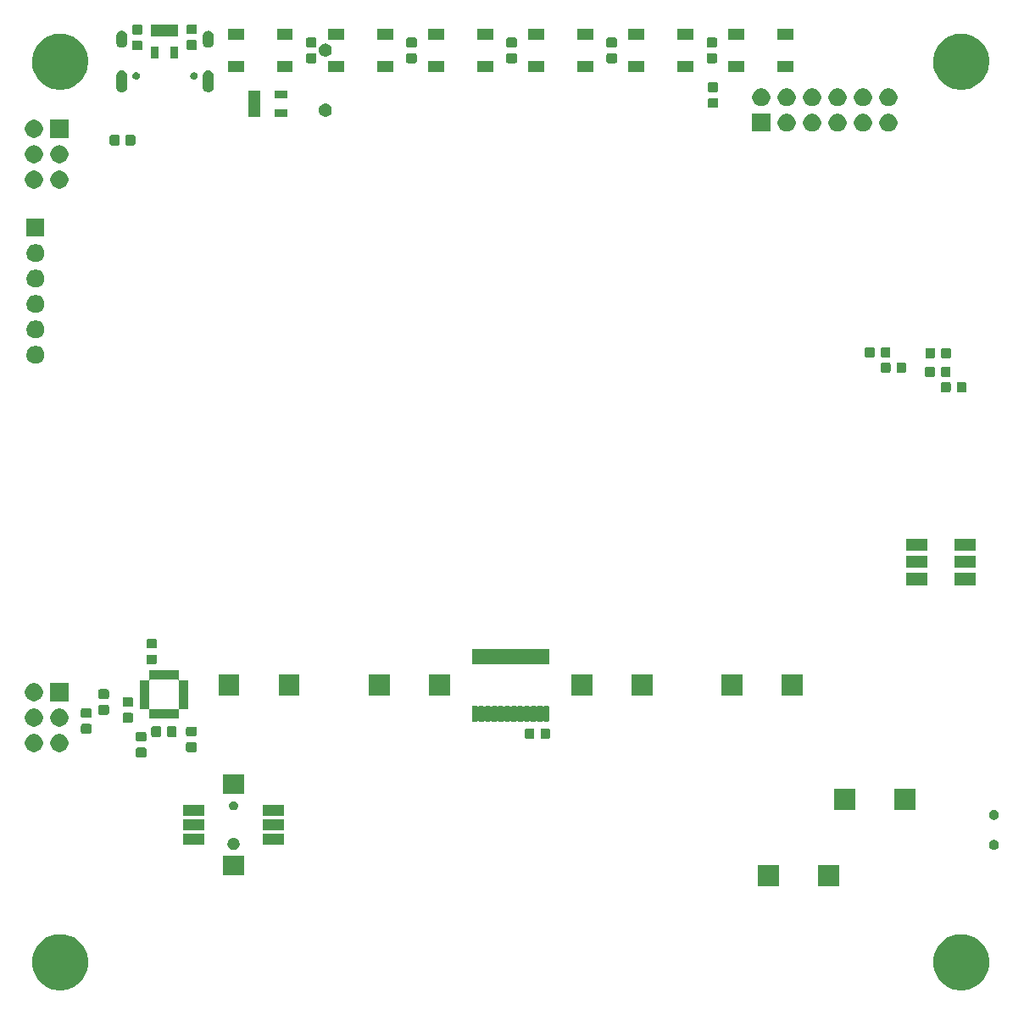
<source format=gts>
G04 #@! TF.GenerationSoftware,KiCad,Pcbnew,5.1.6*
G04 #@! TF.CreationDate,2020-09-02T09:11:22+02:00*
G04 #@! TF.ProjectId,mch2021,6d636832-3032-4312-9e6b-696361645f70,1*
G04 #@! TF.SameCoordinates,Original*
G04 #@! TF.FileFunction,Soldermask,Top*
G04 #@! TF.FilePolarity,Negative*
%FSLAX46Y46*%
G04 Gerber Fmt 4.6, Leading zero omitted, Abs format (unit mm)*
G04 Created by KiCad (PCBNEW 5.1.6) date 2020-09-02 09:11:22*
%MOMM*%
%LPD*%
G01*
G04 APERTURE LIST*
%ADD10C,0.100000*%
G04 APERTURE END LIST*
D10*
G36*
X5546253Y-92253801D02*
G01*
X5816730Y-92307602D01*
X6027799Y-92395030D01*
X6326296Y-92518671D01*
X6326297Y-92518672D01*
X6784896Y-92825098D01*
X7174902Y-93215104D01*
X7379650Y-93521531D01*
X7481329Y-93673704D01*
X7692398Y-94183271D01*
X7800000Y-94724223D01*
X7800000Y-95275777D01*
X7692398Y-95816729D01*
X7481329Y-96326296D01*
X7481328Y-96326297D01*
X7174902Y-96784896D01*
X6784896Y-97174902D01*
X6688372Y-97239397D01*
X6326296Y-97481329D01*
X6149705Y-97554475D01*
X5816730Y-97692398D01*
X5546253Y-97746199D01*
X5275777Y-97800000D01*
X4724223Y-97800000D01*
X4453747Y-97746199D01*
X4183270Y-97692398D01*
X3850295Y-97554475D01*
X3673704Y-97481329D01*
X3311628Y-97239397D01*
X3215104Y-97174902D01*
X2825098Y-96784896D01*
X2518672Y-96326297D01*
X2518671Y-96326296D01*
X2307602Y-95816729D01*
X2200000Y-95275777D01*
X2200000Y-94724223D01*
X2307602Y-94183271D01*
X2518671Y-93673704D01*
X2620350Y-93521531D01*
X2825098Y-93215104D01*
X3215104Y-92825098D01*
X3673703Y-92518672D01*
X3673704Y-92518671D01*
X3972201Y-92395030D01*
X4183270Y-92307602D01*
X4453747Y-92253801D01*
X4724223Y-92200000D01*
X5275777Y-92200000D01*
X5546253Y-92253801D01*
G37*
G36*
X95546253Y-92253801D02*
G01*
X95816730Y-92307602D01*
X96027799Y-92395030D01*
X96326296Y-92518671D01*
X96326297Y-92518672D01*
X96784896Y-92825098D01*
X97174902Y-93215104D01*
X97379650Y-93521531D01*
X97481329Y-93673704D01*
X97692398Y-94183271D01*
X97800000Y-94724223D01*
X97800000Y-95275777D01*
X97692398Y-95816729D01*
X97481329Y-96326296D01*
X97481328Y-96326297D01*
X97174902Y-96784896D01*
X96784896Y-97174902D01*
X96688372Y-97239397D01*
X96326296Y-97481329D01*
X96149705Y-97554475D01*
X95816730Y-97692398D01*
X95546253Y-97746199D01*
X95275777Y-97800000D01*
X94724223Y-97800000D01*
X94453747Y-97746199D01*
X94183270Y-97692398D01*
X93850295Y-97554475D01*
X93673704Y-97481329D01*
X93311628Y-97239397D01*
X93215104Y-97174902D01*
X92825098Y-96784896D01*
X92518672Y-96326297D01*
X92518671Y-96326296D01*
X92307602Y-95816729D01*
X92200000Y-95275777D01*
X92200000Y-94724223D01*
X92307602Y-94183271D01*
X92518671Y-93673704D01*
X92620350Y-93521531D01*
X92825098Y-93215104D01*
X93215104Y-92825098D01*
X93673703Y-92518672D01*
X93673704Y-92518671D01*
X93972201Y-92395030D01*
X94183270Y-92307602D01*
X94453747Y-92253801D01*
X94724223Y-92200000D01*
X95275777Y-92200000D01*
X95546253Y-92253801D01*
G37*
G36*
X76790000Y-87410000D02*
G01*
X74690000Y-87410000D01*
X74690000Y-85310000D01*
X76790000Y-85310000D01*
X76790000Y-87410000D01*
G37*
G36*
X82790000Y-87410000D02*
G01*
X80690000Y-87410000D01*
X80690000Y-85310000D01*
X82790000Y-85310000D01*
X82790000Y-87410000D01*
G37*
G36*
X23376600Y-86254600D02*
G01*
X21276600Y-86254600D01*
X21276600Y-84354600D01*
X23376600Y-84354600D01*
X23376600Y-86254600D01*
G37*
G36*
X98418243Y-82781814D02*
G01*
X98418246Y-82781815D01*
X98418245Y-82781815D01*
X98509239Y-82819506D01*
X98550463Y-82847051D01*
X98591130Y-82874224D01*
X98660776Y-82943870D01*
X98715495Y-83025763D01*
X98753186Y-83116757D01*
X98772400Y-83213353D01*
X98772400Y-83311847D01*
X98753186Y-83408443D01*
X98753185Y-83408445D01*
X98715494Y-83499439D01*
X98660775Y-83581331D01*
X98591131Y-83650975D01*
X98509239Y-83705694D01*
X98509238Y-83705695D01*
X98509237Y-83705695D01*
X98418243Y-83743386D01*
X98321647Y-83762600D01*
X98223153Y-83762600D01*
X98126557Y-83743386D01*
X98035563Y-83705695D01*
X98035562Y-83705695D01*
X98035561Y-83705694D01*
X97953669Y-83650975D01*
X97884025Y-83581331D01*
X97829306Y-83499439D01*
X97791615Y-83408445D01*
X97791614Y-83408443D01*
X97772400Y-83311847D01*
X97772400Y-83213353D01*
X97791614Y-83116757D01*
X97829305Y-83025763D01*
X97884024Y-82943870D01*
X97953670Y-82874224D01*
X97994337Y-82847051D01*
X98035561Y-82819506D01*
X98126555Y-82781815D01*
X98126554Y-82781815D01*
X98126557Y-82781814D01*
X98223153Y-82762600D01*
X98321647Y-82762600D01*
X98418243Y-82781814D01*
G37*
G36*
X22501613Y-82577657D02*
G01*
X22610806Y-82622886D01*
X22709077Y-82688549D01*
X22792651Y-82772123D01*
X22858314Y-82870394D01*
X22903543Y-82979587D01*
X22926600Y-83095504D01*
X22926600Y-83213696D01*
X22903543Y-83329613D01*
X22858314Y-83438806D01*
X22792651Y-83537077D01*
X22709077Y-83620651D01*
X22610806Y-83686314D01*
X22501613Y-83731543D01*
X22385696Y-83754600D01*
X22267504Y-83754600D01*
X22151587Y-83731543D01*
X22042394Y-83686314D01*
X21944123Y-83620651D01*
X21860549Y-83537077D01*
X21794886Y-83438806D01*
X21749657Y-83329613D01*
X21726600Y-83213696D01*
X21726600Y-83095504D01*
X21749657Y-82979587D01*
X21794886Y-82870394D01*
X21860549Y-82772123D01*
X21944123Y-82688549D01*
X22042394Y-82622886D01*
X22151587Y-82577657D01*
X22267504Y-82554600D01*
X22385696Y-82554600D01*
X22501613Y-82577657D01*
G37*
G36*
X27376600Y-83229600D02*
G01*
X25276600Y-83229600D01*
X25276600Y-82129600D01*
X27376600Y-82129600D01*
X27376600Y-83229600D01*
G37*
G36*
X19376600Y-83229600D02*
G01*
X17276600Y-83229600D01*
X17276600Y-82129600D01*
X19376600Y-82129600D01*
X19376600Y-83229600D01*
G37*
G36*
X27376600Y-81804600D02*
G01*
X25276600Y-81804600D01*
X25276600Y-80704600D01*
X27376600Y-80704600D01*
X27376600Y-81804600D01*
G37*
G36*
X19376600Y-81804600D02*
G01*
X17276600Y-81804600D01*
X17276600Y-80704600D01*
X19376600Y-80704600D01*
X19376600Y-81804600D01*
G37*
G36*
X98418243Y-79781814D02*
G01*
X98473253Y-79804600D01*
X98509239Y-79819506D01*
X98550463Y-79847051D01*
X98591130Y-79874224D01*
X98660776Y-79943870D01*
X98715495Y-80025763D01*
X98753186Y-80116757D01*
X98772400Y-80213353D01*
X98772400Y-80311847D01*
X98753186Y-80408443D01*
X98753185Y-80408445D01*
X98715494Y-80499439D01*
X98660775Y-80581331D01*
X98591131Y-80650975D01*
X98509239Y-80705694D01*
X98509238Y-80705695D01*
X98509237Y-80705695D01*
X98418243Y-80743386D01*
X98321647Y-80762600D01*
X98223153Y-80762600D01*
X98126557Y-80743386D01*
X98035563Y-80705695D01*
X98035562Y-80705695D01*
X98035561Y-80705694D01*
X97953669Y-80650975D01*
X97884025Y-80581331D01*
X97829306Y-80499439D01*
X97791615Y-80408445D01*
X97791614Y-80408443D01*
X97772400Y-80311847D01*
X97772400Y-80213353D01*
X97791614Y-80116757D01*
X97829305Y-80025763D01*
X97884024Y-79943870D01*
X97953670Y-79874224D01*
X97994337Y-79847051D01*
X98035561Y-79819506D01*
X98071547Y-79804600D01*
X98126557Y-79781814D01*
X98223153Y-79762600D01*
X98321647Y-79762600D01*
X98418243Y-79781814D01*
G37*
G36*
X27376600Y-80379600D02*
G01*
X25276600Y-80379600D01*
X25276600Y-79279600D01*
X27376600Y-79279600D01*
X27376600Y-80379600D01*
G37*
G36*
X19376600Y-80379600D02*
G01*
X17276600Y-80379600D01*
X17276600Y-79279600D01*
X19376600Y-79279600D01*
X19376600Y-80379600D01*
G37*
G36*
X22457859Y-78921893D02*
G01*
X22539755Y-78955815D01*
X22613458Y-79005062D01*
X22676138Y-79067742D01*
X22725385Y-79141445D01*
X22759307Y-79223341D01*
X22776600Y-79310278D01*
X22776600Y-79398922D01*
X22759307Y-79485859D01*
X22742345Y-79526808D01*
X22725385Y-79567755D01*
X22676138Y-79641458D01*
X22613458Y-79704138D01*
X22539755Y-79753385D01*
X22517507Y-79762600D01*
X22457859Y-79787307D01*
X22370922Y-79804600D01*
X22282278Y-79804600D01*
X22195341Y-79787307D01*
X22135693Y-79762600D01*
X22113445Y-79753385D01*
X22039742Y-79704138D01*
X21977062Y-79641458D01*
X21927815Y-79567755D01*
X21910855Y-79526808D01*
X21893893Y-79485859D01*
X21876600Y-79398922D01*
X21876600Y-79310278D01*
X21893893Y-79223341D01*
X21910855Y-79182392D01*
X21927815Y-79141445D01*
X21977062Y-79067742D01*
X22039742Y-79005062D01*
X22113445Y-78955815D01*
X22195341Y-78921893D01*
X22282278Y-78904600D01*
X22370922Y-78904600D01*
X22457859Y-78921893D01*
G37*
G36*
X84410000Y-79790000D02*
G01*
X82310000Y-79790000D01*
X82310000Y-77690000D01*
X84410000Y-77690000D01*
X84410000Y-79790000D01*
G37*
G36*
X90410000Y-79790000D02*
G01*
X88310000Y-79790000D01*
X88310000Y-77690000D01*
X90410000Y-77690000D01*
X90410000Y-79790000D01*
G37*
G36*
X23376600Y-78154600D02*
G01*
X21276600Y-78154600D01*
X21276600Y-76254600D01*
X23376600Y-76254600D01*
X23376600Y-78154600D01*
G37*
G36*
X13472691Y-73548175D02*
G01*
X13506579Y-73558455D01*
X13537812Y-73575150D01*
X13565186Y-73597614D01*
X13587650Y-73624988D01*
X13604345Y-73656221D01*
X13614625Y-73690109D01*
X13618700Y-73731488D01*
X13618700Y-74331712D01*
X13614625Y-74373091D01*
X13604345Y-74406979D01*
X13587650Y-74438212D01*
X13565186Y-74465586D01*
X13537812Y-74488050D01*
X13506579Y-74504745D01*
X13472691Y-74515025D01*
X13431312Y-74519100D01*
X12756088Y-74519100D01*
X12714709Y-74515025D01*
X12680821Y-74504745D01*
X12649588Y-74488050D01*
X12622214Y-74465586D01*
X12599750Y-74438212D01*
X12583055Y-74406979D01*
X12572775Y-74373091D01*
X12568700Y-74331712D01*
X12568700Y-73731488D01*
X12572775Y-73690109D01*
X12583055Y-73656221D01*
X12599750Y-73624988D01*
X12622214Y-73597614D01*
X12649588Y-73575150D01*
X12680821Y-73558455D01*
X12714709Y-73548175D01*
X12756088Y-73544100D01*
X13431312Y-73544100D01*
X13472691Y-73548175D01*
G37*
G36*
X18489191Y-73017875D02*
G01*
X18523079Y-73028155D01*
X18554312Y-73044850D01*
X18581686Y-73067314D01*
X18604150Y-73094688D01*
X18620845Y-73125921D01*
X18631125Y-73159809D01*
X18635200Y-73201188D01*
X18635200Y-73801412D01*
X18631125Y-73842791D01*
X18620845Y-73876679D01*
X18604150Y-73907912D01*
X18581686Y-73935286D01*
X18554312Y-73957750D01*
X18523079Y-73974445D01*
X18489191Y-73984725D01*
X18447812Y-73988800D01*
X17772588Y-73988800D01*
X17731209Y-73984725D01*
X17697321Y-73974445D01*
X17666088Y-73957750D01*
X17638714Y-73935286D01*
X17616250Y-73907912D01*
X17599555Y-73876679D01*
X17589275Y-73842791D01*
X17585200Y-73801412D01*
X17585200Y-73201188D01*
X17589275Y-73159809D01*
X17599555Y-73125921D01*
X17616250Y-73094688D01*
X17638714Y-73067314D01*
X17666088Y-73044850D01*
X17697321Y-73028155D01*
X17731209Y-73017875D01*
X17772588Y-73013800D01*
X18447812Y-73013800D01*
X18489191Y-73017875D01*
G37*
G36*
X5190120Y-72214586D02*
G01*
X5318569Y-72267791D01*
X5353910Y-72282430D01*
X5501317Y-72380924D01*
X5626676Y-72506283D01*
X5721051Y-72647526D01*
X5725171Y-72653692D01*
X5793014Y-72817480D01*
X5827600Y-72991356D01*
X5827600Y-73168644D01*
X5793014Y-73342520D01*
X5725170Y-73506310D01*
X5626676Y-73653717D01*
X5501317Y-73779076D01*
X5353910Y-73877570D01*
X5353909Y-73877571D01*
X5353908Y-73877571D01*
X5190120Y-73945414D01*
X5016244Y-73980000D01*
X4838956Y-73980000D01*
X4665080Y-73945414D01*
X4501292Y-73877571D01*
X4501291Y-73877571D01*
X4501290Y-73877570D01*
X4353883Y-73779076D01*
X4228524Y-73653717D01*
X4130030Y-73506310D01*
X4062186Y-73342520D01*
X4027600Y-73168644D01*
X4027600Y-72991356D01*
X4062186Y-72817480D01*
X4130029Y-72653692D01*
X4134149Y-72647526D01*
X4228524Y-72506283D01*
X4353883Y-72380924D01*
X4501290Y-72282430D01*
X4536632Y-72267791D01*
X4665080Y-72214586D01*
X4838956Y-72180000D01*
X5016244Y-72180000D01*
X5190120Y-72214586D01*
G37*
G36*
X2650120Y-72214586D02*
G01*
X2778569Y-72267791D01*
X2813910Y-72282430D01*
X2961317Y-72380924D01*
X3086676Y-72506283D01*
X3181051Y-72647526D01*
X3185171Y-72653692D01*
X3253014Y-72817480D01*
X3287600Y-72991356D01*
X3287600Y-73168644D01*
X3253014Y-73342520D01*
X3185170Y-73506310D01*
X3086676Y-73653717D01*
X2961317Y-73779076D01*
X2813910Y-73877570D01*
X2813909Y-73877571D01*
X2813908Y-73877571D01*
X2650120Y-73945414D01*
X2476244Y-73980000D01*
X2298956Y-73980000D01*
X2125080Y-73945414D01*
X1961292Y-73877571D01*
X1961291Y-73877571D01*
X1961290Y-73877570D01*
X1813883Y-73779076D01*
X1688524Y-73653717D01*
X1590030Y-73506310D01*
X1522186Y-73342520D01*
X1487600Y-73168644D01*
X1487600Y-72991356D01*
X1522186Y-72817480D01*
X1590029Y-72653692D01*
X1594149Y-72647526D01*
X1688524Y-72506283D01*
X1813883Y-72380924D01*
X1961290Y-72282430D01*
X1996632Y-72267791D01*
X2125080Y-72214586D01*
X2298956Y-72180000D01*
X2476244Y-72180000D01*
X2650120Y-72214586D01*
G37*
G36*
X13472691Y-71973175D02*
G01*
X13506579Y-71983455D01*
X13537812Y-72000150D01*
X13565186Y-72022614D01*
X13587650Y-72049988D01*
X13604345Y-72081221D01*
X13614625Y-72115109D01*
X13618700Y-72156488D01*
X13618700Y-72756712D01*
X13614625Y-72798091D01*
X13604345Y-72831979D01*
X13587650Y-72863212D01*
X13565186Y-72890586D01*
X13537812Y-72913050D01*
X13506579Y-72929745D01*
X13472691Y-72940025D01*
X13431312Y-72944100D01*
X12756088Y-72944100D01*
X12714709Y-72940025D01*
X12680821Y-72929745D01*
X12649588Y-72913050D01*
X12622214Y-72890586D01*
X12599750Y-72863212D01*
X12583055Y-72831979D01*
X12572775Y-72798091D01*
X12568700Y-72756712D01*
X12568700Y-72156488D01*
X12572775Y-72115109D01*
X12583055Y-72081221D01*
X12599750Y-72049988D01*
X12622214Y-72022614D01*
X12649588Y-72000150D01*
X12680821Y-71983455D01*
X12714709Y-71973175D01*
X12756088Y-71969100D01*
X13431312Y-71969100D01*
X13472691Y-71973175D01*
G37*
G36*
X53808591Y-71620155D02*
G01*
X53842479Y-71630435D01*
X53873712Y-71647130D01*
X53901086Y-71669594D01*
X53923550Y-71696968D01*
X53940245Y-71728201D01*
X53950525Y-71762089D01*
X53954600Y-71803468D01*
X53954600Y-72478692D01*
X53950525Y-72520071D01*
X53940245Y-72553959D01*
X53923550Y-72585192D01*
X53901086Y-72612566D01*
X53873712Y-72635030D01*
X53842479Y-72651725D01*
X53808591Y-72662005D01*
X53767212Y-72666080D01*
X53166988Y-72666080D01*
X53125609Y-72662005D01*
X53091721Y-72651725D01*
X53060488Y-72635030D01*
X53033114Y-72612566D01*
X53010650Y-72585192D01*
X52993955Y-72553959D01*
X52983675Y-72520071D01*
X52979600Y-72478692D01*
X52979600Y-71803468D01*
X52983675Y-71762089D01*
X52993955Y-71728201D01*
X53010650Y-71696968D01*
X53033114Y-71669594D01*
X53060488Y-71647130D01*
X53091721Y-71630435D01*
X53125609Y-71620155D01*
X53166988Y-71616080D01*
X53767212Y-71616080D01*
X53808591Y-71620155D01*
G37*
G36*
X52233591Y-71620155D02*
G01*
X52267479Y-71630435D01*
X52298712Y-71647130D01*
X52326086Y-71669594D01*
X52348550Y-71696968D01*
X52365245Y-71728201D01*
X52375525Y-71762089D01*
X52379600Y-71803468D01*
X52379600Y-72478692D01*
X52375525Y-72520071D01*
X52365245Y-72553959D01*
X52348550Y-72585192D01*
X52326086Y-72612566D01*
X52298712Y-72635030D01*
X52267479Y-72651725D01*
X52233591Y-72662005D01*
X52192212Y-72666080D01*
X51591988Y-72666080D01*
X51550609Y-72662005D01*
X51516721Y-72651725D01*
X51485488Y-72635030D01*
X51458114Y-72612566D01*
X51435650Y-72585192D01*
X51418955Y-72553959D01*
X51408675Y-72520071D01*
X51404600Y-72478692D01*
X51404600Y-71803468D01*
X51408675Y-71762089D01*
X51418955Y-71728201D01*
X51435650Y-71696968D01*
X51458114Y-71669594D01*
X51485488Y-71647130D01*
X51516721Y-71630435D01*
X51550609Y-71620155D01*
X51591988Y-71616080D01*
X52192212Y-71616080D01*
X52233591Y-71620155D01*
G37*
G36*
X16508691Y-71424575D02*
G01*
X16542579Y-71434855D01*
X16573812Y-71451550D01*
X16601186Y-71474014D01*
X16623650Y-71501388D01*
X16640345Y-71532621D01*
X16650625Y-71566509D01*
X16654700Y-71607888D01*
X16654700Y-72283112D01*
X16650625Y-72324491D01*
X16640345Y-72358379D01*
X16623650Y-72389612D01*
X16601186Y-72416986D01*
X16573812Y-72439450D01*
X16542579Y-72456145D01*
X16508691Y-72466425D01*
X16467312Y-72470500D01*
X15867088Y-72470500D01*
X15825709Y-72466425D01*
X15791821Y-72456145D01*
X15760588Y-72439450D01*
X15733214Y-72416986D01*
X15710750Y-72389612D01*
X15694055Y-72358379D01*
X15683775Y-72324491D01*
X15679700Y-72283112D01*
X15679700Y-71607888D01*
X15683775Y-71566509D01*
X15694055Y-71532621D01*
X15710750Y-71501388D01*
X15733214Y-71474014D01*
X15760588Y-71451550D01*
X15791821Y-71434855D01*
X15825709Y-71424575D01*
X15867088Y-71420500D01*
X16467312Y-71420500D01*
X16508691Y-71424575D01*
G37*
G36*
X14933691Y-71424575D02*
G01*
X14967579Y-71434855D01*
X14998812Y-71451550D01*
X15026186Y-71474014D01*
X15048650Y-71501388D01*
X15065345Y-71532621D01*
X15075625Y-71566509D01*
X15079700Y-71607888D01*
X15079700Y-72283112D01*
X15075625Y-72324491D01*
X15065345Y-72358379D01*
X15048650Y-72389612D01*
X15026186Y-72416986D01*
X14998812Y-72439450D01*
X14967579Y-72456145D01*
X14933691Y-72466425D01*
X14892312Y-72470500D01*
X14292088Y-72470500D01*
X14250709Y-72466425D01*
X14216821Y-72456145D01*
X14185588Y-72439450D01*
X14158214Y-72416986D01*
X14135750Y-72389612D01*
X14119055Y-72358379D01*
X14108775Y-72324491D01*
X14104700Y-72283112D01*
X14104700Y-71607888D01*
X14108775Y-71566509D01*
X14119055Y-71532621D01*
X14135750Y-71501388D01*
X14158214Y-71474014D01*
X14185588Y-71451550D01*
X14216821Y-71434855D01*
X14250709Y-71424575D01*
X14292088Y-71420500D01*
X14892312Y-71420500D01*
X14933691Y-71424575D01*
G37*
G36*
X18489191Y-71442875D02*
G01*
X18523079Y-71453155D01*
X18554312Y-71469850D01*
X18581686Y-71492314D01*
X18604150Y-71519688D01*
X18620845Y-71550921D01*
X18631125Y-71584809D01*
X18635200Y-71626188D01*
X18635200Y-72226412D01*
X18631125Y-72267791D01*
X18620845Y-72301679D01*
X18604150Y-72332912D01*
X18581686Y-72360286D01*
X18554312Y-72382750D01*
X18523079Y-72399445D01*
X18489191Y-72409725D01*
X18447812Y-72413800D01*
X17772588Y-72413800D01*
X17731209Y-72409725D01*
X17697321Y-72399445D01*
X17666088Y-72382750D01*
X17638714Y-72360286D01*
X17616250Y-72332912D01*
X17599555Y-72301679D01*
X17589275Y-72267791D01*
X17585200Y-72226412D01*
X17585200Y-71626188D01*
X17589275Y-71584809D01*
X17599555Y-71550921D01*
X17616250Y-71519688D01*
X17638714Y-71492314D01*
X17666088Y-71469850D01*
X17697321Y-71453155D01*
X17731209Y-71442875D01*
X17772588Y-71438800D01*
X18447812Y-71438800D01*
X18489191Y-71442875D01*
G37*
G36*
X7991091Y-71177975D02*
G01*
X8024979Y-71188255D01*
X8056212Y-71204950D01*
X8083586Y-71227414D01*
X8106050Y-71254788D01*
X8122745Y-71286021D01*
X8133025Y-71319909D01*
X8137100Y-71361288D01*
X8137100Y-71961512D01*
X8133025Y-72002891D01*
X8122745Y-72036779D01*
X8106050Y-72068012D01*
X8083586Y-72095386D01*
X8056212Y-72117850D01*
X8024979Y-72134545D01*
X7991091Y-72144825D01*
X7949712Y-72148900D01*
X7274488Y-72148900D01*
X7233109Y-72144825D01*
X7199221Y-72134545D01*
X7167988Y-72117850D01*
X7140614Y-72095386D01*
X7118150Y-72068012D01*
X7101455Y-72036779D01*
X7091175Y-72002891D01*
X7087100Y-71961512D01*
X7087100Y-71361288D01*
X7091175Y-71319909D01*
X7101455Y-71286021D01*
X7118150Y-71254788D01*
X7140614Y-71227414D01*
X7167988Y-71204950D01*
X7199221Y-71188255D01*
X7233109Y-71177975D01*
X7274488Y-71173900D01*
X7949712Y-71173900D01*
X7991091Y-71177975D01*
G37*
G36*
X2650120Y-69674586D02*
G01*
X2812035Y-69741653D01*
X2813910Y-69742430D01*
X2961317Y-69840924D01*
X3086676Y-69966283D01*
X3179263Y-70104850D01*
X3185171Y-70113692D01*
X3253014Y-70277480D01*
X3287600Y-70451356D01*
X3287600Y-70628644D01*
X3253014Y-70802520D01*
X3199429Y-70931887D01*
X3185170Y-70966310D01*
X3086676Y-71113717D01*
X2961317Y-71239076D01*
X2813910Y-71337570D01*
X2813909Y-71337571D01*
X2813908Y-71337571D01*
X2650120Y-71405414D01*
X2476244Y-71440000D01*
X2298956Y-71440000D01*
X2125080Y-71405414D01*
X1961292Y-71337571D01*
X1961291Y-71337571D01*
X1961290Y-71337570D01*
X1813883Y-71239076D01*
X1688524Y-71113717D01*
X1590030Y-70966310D01*
X1575772Y-70931887D01*
X1522186Y-70802520D01*
X1487600Y-70628644D01*
X1487600Y-70451356D01*
X1522186Y-70277480D01*
X1590029Y-70113692D01*
X1595937Y-70104850D01*
X1688524Y-69966283D01*
X1813883Y-69840924D01*
X1961290Y-69742430D01*
X1963166Y-69741653D01*
X2125080Y-69674586D01*
X2298956Y-69640000D01*
X2476244Y-69640000D01*
X2650120Y-69674586D01*
G37*
G36*
X5190120Y-69674586D02*
G01*
X5352035Y-69741653D01*
X5353910Y-69742430D01*
X5501317Y-69840924D01*
X5626676Y-69966283D01*
X5719263Y-70104850D01*
X5725171Y-70113692D01*
X5793014Y-70277480D01*
X5827600Y-70451356D01*
X5827600Y-70628644D01*
X5793014Y-70802520D01*
X5739429Y-70931887D01*
X5725170Y-70966310D01*
X5626676Y-71113717D01*
X5501317Y-71239076D01*
X5353910Y-71337570D01*
X5353909Y-71337571D01*
X5353908Y-71337571D01*
X5190120Y-71405414D01*
X5016244Y-71440000D01*
X4838956Y-71440000D01*
X4665080Y-71405414D01*
X4501292Y-71337571D01*
X4501291Y-71337571D01*
X4501290Y-71337570D01*
X4353883Y-71239076D01*
X4228524Y-71113717D01*
X4130030Y-70966310D01*
X4115772Y-70931887D01*
X4062186Y-70802520D01*
X4027600Y-70628644D01*
X4027600Y-70451356D01*
X4062186Y-70277480D01*
X4130029Y-70113692D01*
X4135937Y-70104850D01*
X4228524Y-69966283D01*
X4353883Y-69840924D01*
X4501290Y-69742430D01*
X4503166Y-69741653D01*
X4665080Y-69674586D01*
X4838956Y-69640000D01*
X5016244Y-69640000D01*
X5190120Y-69674586D01*
G37*
G36*
X12151891Y-70077875D02*
G01*
X12185779Y-70088155D01*
X12217012Y-70104850D01*
X12244386Y-70127314D01*
X12266850Y-70154688D01*
X12283545Y-70185921D01*
X12293825Y-70219809D01*
X12297900Y-70261188D01*
X12297900Y-70861412D01*
X12293825Y-70902791D01*
X12283545Y-70936679D01*
X12266850Y-70967912D01*
X12244386Y-70995286D01*
X12217012Y-71017750D01*
X12185779Y-71034445D01*
X12151891Y-71044725D01*
X12110512Y-71048800D01*
X11435288Y-71048800D01*
X11393909Y-71044725D01*
X11360021Y-71034445D01*
X11328788Y-71017750D01*
X11301414Y-70995286D01*
X11278950Y-70967912D01*
X11262255Y-70936679D01*
X11251975Y-70902791D01*
X11247900Y-70861412D01*
X11247900Y-70261188D01*
X11251975Y-70219809D01*
X11262255Y-70185921D01*
X11278950Y-70154688D01*
X11301414Y-70127314D01*
X11328788Y-70104850D01*
X11360021Y-70088155D01*
X11393909Y-70077875D01*
X11435288Y-70073800D01*
X12110512Y-70073800D01*
X12151891Y-70077875D01*
G37*
G36*
X46624571Y-69386794D02*
G01*
X46636192Y-69390319D01*
X46646887Y-69396036D01*
X46659790Y-69406624D01*
X46670698Y-69417534D01*
X46691072Y-69431148D01*
X46713711Y-69440526D01*
X46737744Y-69445308D01*
X46762248Y-69445308D01*
X46786281Y-69440529D01*
X46808921Y-69431152D01*
X46829295Y-69417539D01*
X46840206Y-69406628D01*
X46853113Y-69396036D01*
X46863808Y-69390319D01*
X46875429Y-69386794D01*
X46893641Y-69385000D01*
X47256359Y-69385000D01*
X47274571Y-69386794D01*
X47286192Y-69390319D01*
X47296887Y-69396036D01*
X47309790Y-69406624D01*
X47320698Y-69417534D01*
X47341072Y-69431148D01*
X47363711Y-69440526D01*
X47387744Y-69445308D01*
X47412248Y-69445308D01*
X47436281Y-69440529D01*
X47458921Y-69431152D01*
X47479295Y-69417539D01*
X47490206Y-69406628D01*
X47503113Y-69396036D01*
X47513808Y-69390319D01*
X47525429Y-69386794D01*
X47543641Y-69385000D01*
X47906359Y-69385000D01*
X47924571Y-69386794D01*
X47936192Y-69390319D01*
X47946887Y-69396036D01*
X47959790Y-69406624D01*
X47970698Y-69417534D01*
X47991072Y-69431148D01*
X48013711Y-69440526D01*
X48037744Y-69445308D01*
X48062248Y-69445308D01*
X48086281Y-69440529D01*
X48108921Y-69431152D01*
X48129295Y-69417539D01*
X48140206Y-69406628D01*
X48153113Y-69396036D01*
X48163808Y-69390319D01*
X48175429Y-69386794D01*
X48193641Y-69385000D01*
X48556359Y-69385000D01*
X48574571Y-69386794D01*
X48586192Y-69390319D01*
X48596887Y-69396036D01*
X48609790Y-69406624D01*
X48620698Y-69417534D01*
X48641072Y-69431148D01*
X48663711Y-69440526D01*
X48687744Y-69445308D01*
X48712248Y-69445308D01*
X48736281Y-69440529D01*
X48758921Y-69431152D01*
X48779295Y-69417539D01*
X48790206Y-69406628D01*
X48803113Y-69396036D01*
X48813808Y-69390319D01*
X48825429Y-69386794D01*
X48843641Y-69385000D01*
X49206359Y-69385000D01*
X49224571Y-69386794D01*
X49236192Y-69390319D01*
X49246887Y-69396036D01*
X49259790Y-69406624D01*
X49270698Y-69417534D01*
X49291072Y-69431148D01*
X49313711Y-69440526D01*
X49337744Y-69445308D01*
X49362248Y-69445308D01*
X49386281Y-69440529D01*
X49408921Y-69431152D01*
X49429295Y-69417539D01*
X49440206Y-69406628D01*
X49453113Y-69396036D01*
X49463808Y-69390319D01*
X49475429Y-69386794D01*
X49493641Y-69385000D01*
X49856359Y-69385000D01*
X49874571Y-69386794D01*
X49886192Y-69390319D01*
X49896887Y-69396036D01*
X49909790Y-69406624D01*
X49920698Y-69417534D01*
X49941072Y-69431148D01*
X49963711Y-69440526D01*
X49987744Y-69445308D01*
X50012248Y-69445308D01*
X50036281Y-69440529D01*
X50058921Y-69431152D01*
X50079295Y-69417539D01*
X50090206Y-69406628D01*
X50103113Y-69396036D01*
X50113808Y-69390319D01*
X50125429Y-69386794D01*
X50143641Y-69385000D01*
X50506359Y-69385000D01*
X50524571Y-69386794D01*
X50536192Y-69390319D01*
X50546887Y-69396036D01*
X50559790Y-69406624D01*
X50570698Y-69417534D01*
X50591072Y-69431148D01*
X50613711Y-69440526D01*
X50637744Y-69445308D01*
X50662248Y-69445308D01*
X50686281Y-69440529D01*
X50708921Y-69431152D01*
X50729295Y-69417539D01*
X50740206Y-69406628D01*
X50753113Y-69396036D01*
X50763808Y-69390319D01*
X50775429Y-69386794D01*
X50793641Y-69385000D01*
X51156359Y-69385000D01*
X51174571Y-69386794D01*
X51186192Y-69390319D01*
X51196887Y-69396036D01*
X51209790Y-69406624D01*
X51220698Y-69417534D01*
X51241072Y-69431148D01*
X51263711Y-69440526D01*
X51287744Y-69445308D01*
X51312248Y-69445308D01*
X51336281Y-69440529D01*
X51358921Y-69431152D01*
X51379295Y-69417539D01*
X51390206Y-69406628D01*
X51403113Y-69396036D01*
X51413808Y-69390319D01*
X51425429Y-69386794D01*
X51443641Y-69385000D01*
X51806359Y-69385000D01*
X51824571Y-69386794D01*
X51836192Y-69390319D01*
X51846887Y-69396036D01*
X51859790Y-69406624D01*
X51870698Y-69417534D01*
X51891072Y-69431148D01*
X51913711Y-69440526D01*
X51937744Y-69445308D01*
X51962248Y-69445308D01*
X51986281Y-69440529D01*
X52008921Y-69431152D01*
X52029295Y-69417539D01*
X52040206Y-69406628D01*
X52053113Y-69396036D01*
X52063808Y-69390319D01*
X52075429Y-69386794D01*
X52093641Y-69385000D01*
X52456359Y-69385000D01*
X52474571Y-69386794D01*
X52486192Y-69390319D01*
X52496887Y-69396036D01*
X52509790Y-69406624D01*
X52520698Y-69417534D01*
X52541072Y-69431148D01*
X52563711Y-69440526D01*
X52587744Y-69445308D01*
X52612248Y-69445308D01*
X52636281Y-69440529D01*
X52658921Y-69431152D01*
X52679295Y-69417539D01*
X52690206Y-69406628D01*
X52703113Y-69396036D01*
X52713808Y-69390319D01*
X52725429Y-69386794D01*
X52743641Y-69385000D01*
X53106359Y-69385000D01*
X53124571Y-69386794D01*
X53136192Y-69390319D01*
X53146887Y-69396036D01*
X53159790Y-69406624D01*
X53170698Y-69417534D01*
X53191072Y-69431148D01*
X53213711Y-69440526D01*
X53237744Y-69445308D01*
X53262248Y-69445308D01*
X53286281Y-69440529D01*
X53308921Y-69431152D01*
X53329295Y-69417539D01*
X53340206Y-69406628D01*
X53353113Y-69396036D01*
X53363808Y-69390319D01*
X53375429Y-69386794D01*
X53393641Y-69385000D01*
X53756359Y-69385000D01*
X53774571Y-69386794D01*
X53786192Y-69390319D01*
X53796887Y-69396036D01*
X53806267Y-69403733D01*
X53813964Y-69413113D01*
X53819681Y-69423808D01*
X53823206Y-69435429D01*
X53825000Y-69453641D01*
X53825000Y-70891359D01*
X53823206Y-70909571D01*
X53819681Y-70921192D01*
X53813964Y-70931887D01*
X53806267Y-70941267D01*
X53796887Y-70948964D01*
X53786192Y-70954681D01*
X53774571Y-70958206D01*
X53756359Y-70960000D01*
X53393641Y-70960000D01*
X53375429Y-70958206D01*
X53363808Y-70954681D01*
X53353113Y-70948964D01*
X53340210Y-70938376D01*
X53329302Y-70927466D01*
X53308928Y-70913852D01*
X53286289Y-70904474D01*
X53262256Y-70899692D01*
X53237752Y-70899692D01*
X53213719Y-70904471D01*
X53191079Y-70913848D01*
X53170705Y-70927461D01*
X53159794Y-70938372D01*
X53146887Y-70948964D01*
X53136192Y-70954681D01*
X53124571Y-70958206D01*
X53106359Y-70960000D01*
X52743641Y-70960000D01*
X52725429Y-70958206D01*
X52713808Y-70954681D01*
X52703113Y-70948964D01*
X52690210Y-70938376D01*
X52679302Y-70927466D01*
X52658928Y-70913852D01*
X52636289Y-70904474D01*
X52612256Y-70899692D01*
X52587752Y-70899692D01*
X52563719Y-70904471D01*
X52541079Y-70913848D01*
X52520705Y-70927461D01*
X52509794Y-70938372D01*
X52496887Y-70948964D01*
X52486192Y-70954681D01*
X52474571Y-70958206D01*
X52456359Y-70960000D01*
X52093641Y-70960000D01*
X52075429Y-70958206D01*
X52063808Y-70954681D01*
X52053113Y-70948964D01*
X52040210Y-70938376D01*
X52029302Y-70927466D01*
X52008928Y-70913852D01*
X51986289Y-70904474D01*
X51962256Y-70899692D01*
X51937752Y-70899692D01*
X51913719Y-70904471D01*
X51891079Y-70913848D01*
X51870705Y-70927461D01*
X51859794Y-70938372D01*
X51846887Y-70948964D01*
X51836192Y-70954681D01*
X51824571Y-70958206D01*
X51806359Y-70960000D01*
X51443641Y-70960000D01*
X51425429Y-70958206D01*
X51413808Y-70954681D01*
X51403113Y-70948964D01*
X51390210Y-70938376D01*
X51379302Y-70927466D01*
X51358928Y-70913852D01*
X51336289Y-70904474D01*
X51312256Y-70899692D01*
X51287752Y-70899692D01*
X51263719Y-70904471D01*
X51241079Y-70913848D01*
X51220705Y-70927461D01*
X51209794Y-70938372D01*
X51196887Y-70948964D01*
X51186192Y-70954681D01*
X51174571Y-70958206D01*
X51156359Y-70960000D01*
X50793641Y-70960000D01*
X50775429Y-70958206D01*
X50763808Y-70954681D01*
X50753113Y-70948964D01*
X50740210Y-70938376D01*
X50729302Y-70927466D01*
X50708928Y-70913852D01*
X50686289Y-70904474D01*
X50662256Y-70899692D01*
X50637752Y-70899692D01*
X50613719Y-70904471D01*
X50591079Y-70913848D01*
X50570705Y-70927461D01*
X50559794Y-70938372D01*
X50546887Y-70948964D01*
X50536192Y-70954681D01*
X50524571Y-70958206D01*
X50506359Y-70960000D01*
X50143641Y-70960000D01*
X50125429Y-70958206D01*
X50113808Y-70954681D01*
X50103113Y-70948964D01*
X50090210Y-70938376D01*
X50079302Y-70927466D01*
X50058928Y-70913852D01*
X50036289Y-70904474D01*
X50012256Y-70899692D01*
X49987752Y-70899692D01*
X49963719Y-70904471D01*
X49941079Y-70913848D01*
X49920705Y-70927461D01*
X49909794Y-70938372D01*
X49896887Y-70948964D01*
X49886192Y-70954681D01*
X49874571Y-70958206D01*
X49856359Y-70960000D01*
X49493641Y-70960000D01*
X49475429Y-70958206D01*
X49463808Y-70954681D01*
X49453113Y-70948964D01*
X49440210Y-70938376D01*
X49429302Y-70927466D01*
X49408928Y-70913852D01*
X49386289Y-70904474D01*
X49362256Y-70899692D01*
X49337752Y-70899692D01*
X49313719Y-70904471D01*
X49291079Y-70913848D01*
X49270705Y-70927461D01*
X49259794Y-70938372D01*
X49246887Y-70948964D01*
X49236192Y-70954681D01*
X49224571Y-70958206D01*
X49206359Y-70960000D01*
X48843641Y-70960000D01*
X48825429Y-70958206D01*
X48813808Y-70954681D01*
X48803113Y-70948964D01*
X48790210Y-70938376D01*
X48779302Y-70927466D01*
X48758928Y-70913852D01*
X48736289Y-70904474D01*
X48712256Y-70899692D01*
X48687752Y-70899692D01*
X48663719Y-70904471D01*
X48641079Y-70913848D01*
X48620705Y-70927461D01*
X48609794Y-70938372D01*
X48596887Y-70948964D01*
X48586192Y-70954681D01*
X48574571Y-70958206D01*
X48556359Y-70960000D01*
X48193641Y-70960000D01*
X48175429Y-70958206D01*
X48163808Y-70954681D01*
X48153113Y-70948964D01*
X48140210Y-70938376D01*
X48129302Y-70927466D01*
X48108928Y-70913852D01*
X48086289Y-70904474D01*
X48062256Y-70899692D01*
X48037752Y-70899692D01*
X48013719Y-70904471D01*
X47991079Y-70913848D01*
X47970705Y-70927461D01*
X47959794Y-70938372D01*
X47946887Y-70948964D01*
X47936192Y-70954681D01*
X47924571Y-70958206D01*
X47906359Y-70960000D01*
X47543641Y-70960000D01*
X47525429Y-70958206D01*
X47513808Y-70954681D01*
X47503113Y-70948964D01*
X47490210Y-70938376D01*
X47479302Y-70927466D01*
X47458928Y-70913852D01*
X47436289Y-70904474D01*
X47412256Y-70899692D01*
X47387752Y-70899692D01*
X47363719Y-70904471D01*
X47341079Y-70913848D01*
X47320705Y-70927461D01*
X47309794Y-70938372D01*
X47296887Y-70948964D01*
X47286192Y-70954681D01*
X47274571Y-70958206D01*
X47256359Y-70960000D01*
X46893641Y-70960000D01*
X46875429Y-70958206D01*
X46863808Y-70954681D01*
X46853113Y-70948964D01*
X46840210Y-70938376D01*
X46829302Y-70927466D01*
X46808928Y-70913852D01*
X46786289Y-70904474D01*
X46762256Y-70899692D01*
X46737752Y-70899692D01*
X46713719Y-70904471D01*
X46691079Y-70913848D01*
X46670705Y-70927461D01*
X46659794Y-70938372D01*
X46646887Y-70948964D01*
X46636192Y-70954681D01*
X46624571Y-70958206D01*
X46606359Y-70960000D01*
X46243641Y-70960000D01*
X46225429Y-70958206D01*
X46213808Y-70954681D01*
X46203113Y-70948964D01*
X46193733Y-70941267D01*
X46186036Y-70931887D01*
X46180319Y-70921192D01*
X46176794Y-70909571D01*
X46175000Y-70891359D01*
X46175000Y-69453641D01*
X46176794Y-69435429D01*
X46180319Y-69423808D01*
X46186036Y-69413113D01*
X46193733Y-69403733D01*
X46203113Y-69396036D01*
X46213808Y-69390319D01*
X46225429Y-69386794D01*
X46243641Y-69385000D01*
X46606359Y-69385000D01*
X46624571Y-69386794D01*
G37*
G36*
X14312096Y-65826113D02*
G01*
X14319020Y-65828213D01*
X14333475Y-65835940D01*
X14356113Y-65845317D01*
X14380146Y-65850098D01*
X14404651Y-65850098D01*
X14428684Y-65845318D01*
X14451325Y-65835940D01*
X14465780Y-65828213D01*
X14472704Y-65826113D01*
X14486038Y-65824800D01*
X14798762Y-65824800D01*
X14812096Y-65826113D01*
X14819020Y-65828213D01*
X14833475Y-65835940D01*
X14856113Y-65845317D01*
X14880146Y-65850098D01*
X14904651Y-65850098D01*
X14928684Y-65845318D01*
X14951325Y-65835940D01*
X14965780Y-65828213D01*
X14972704Y-65826113D01*
X14986038Y-65824800D01*
X15298762Y-65824800D01*
X15312096Y-65826113D01*
X15319020Y-65828213D01*
X15333475Y-65835940D01*
X15356113Y-65845317D01*
X15380146Y-65850098D01*
X15404651Y-65850098D01*
X15428684Y-65845318D01*
X15451325Y-65835940D01*
X15465780Y-65828213D01*
X15472704Y-65826113D01*
X15486038Y-65824800D01*
X15798762Y-65824800D01*
X15812096Y-65826113D01*
X15819020Y-65828213D01*
X15833475Y-65835940D01*
X15856113Y-65845317D01*
X15880146Y-65850098D01*
X15904651Y-65850098D01*
X15928684Y-65845318D01*
X15951325Y-65835940D01*
X15965780Y-65828213D01*
X15972704Y-65826113D01*
X15986038Y-65824800D01*
X16298762Y-65824800D01*
X16312096Y-65826113D01*
X16319020Y-65828213D01*
X16333475Y-65835940D01*
X16356113Y-65845317D01*
X16380146Y-65850098D01*
X16404651Y-65850098D01*
X16428684Y-65845318D01*
X16451325Y-65835940D01*
X16465780Y-65828213D01*
X16472704Y-65826113D01*
X16486038Y-65824800D01*
X16798762Y-65824800D01*
X16812096Y-65826113D01*
X16819020Y-65828213D01*
X16825399Y-65831623D01*
X16830989Y-65836211D01*
X16835577Y-65841801D01*
X16838987Y-65848180D01*
X16841087Y-65855104D01*
X16842400Y-65868438D01*
X16842400Y-66674801D01*
X16844802Y-66699187D01*
X16851915Y-66722636D01*
X16863466Y-66744247D01*
X16879011Y-66763189D01*
X16897953Y-66778734D01*
X16919564Y-66790285D01*
X16943013Y-66797398D01*
X16967399Y-66799800D01*
X17773762Y-66799800D01*
X17787096Y-66801113D01*
X17794020Y-66803213D01*
X17800399Y-66806623D01*
X17805989Y-66811211D01*
X17810577Y-66816801D01*
X17813987Y-66823180D01*
X17816087Y-66830104D01*
X17817400Y-66843438D01*
X17817400Y-67156162D01*
X17816087Y-67169496D01*
X17813987Y-67176420D01*
X17806260Y-67190875D01*
X17796883Y-67213513D01*
X17792102Y-67237546D01*
X17792102Y-67262051D01*
X17796882Y-67286084D01*
X17806260Y-67308725D01*
X17813987Y-67323180D01*
X17816087Y-67330104D01*
X17817400Y-67343438D01*
X17817400Y-67656162D01*
X17816087Y-67669496D01*
X17813987Y-67676420D01*
X17806260Y-67690875D01*
X17796883Y-67713513D01*
X17792102Y-67737546D01*
X17792102Y-67762051D01*
X17796882Y-67786084D01*
X17806260Y-67808725D01*
X17813987Y-67823180D01*
X17816087Y-67830104D01*
X17817400Y-67843438D01*
X17817400Y-68156162D01*
X17816087Y-68169496D01*
X17813987Y-68176420D01*
X17806260Y-68190875D01*
X17796883Y-68213513D01*
X17792102Y-68237546D01*
X17792102Y-68262051D01*
X17796882Y-68286084D01*
X17806260Y-68308725D01*
X17813987Y-68323180D01*
X17816087Y-68330104D01*
X17817400Y-68343438D01*
X17817400Y-68656162D01*
X17816087Y-68669496D01*
X17813987Y-68676420D01*
X17806260Y-68690875D01*
X17796883Y-68713513D01*
X17792102Y-68737546D01*
X17792102Y-68762051D01*
X17796882Y-68786084D01*
X17806260Y-68808725D01*
X17813987Y-68823180D01*
X17816087Y-68830104D01*
X17817400Y-68843438D01*
X17817400Y-69156162D01*
X17816087Y-69169496D01*
X17813987Y-69176420D01*
X17806260Y-69190875D01*
X17796883Y-69213513D01*
X17792102Y-69237546D01*
X17792102Y-69262051D01*
X17796882Y-69286084D01*
X17806260Y-69308725D01*
X17813987Y-69323180D01*
X17816087Y-69330104D01*
X17817400Y-69343438D01*
X17817400Y-69656162D01*
X17816087Y-69669496D01*
X17813987Y-69676420D01*
X17810577Y-69682799D01*
X17805989Y-69688389D01*
X17800399Y-69692977D01*
X17794020Y-69696387D01*
X17787096Y-69698487D01*
X17773762Y-69699800D01*
X16967399Y-69699800D01*
X16943013Y-69702202D01*
X16919564Y-69709315D01*
X16897953Y-69720866D01*
X16879011Y-69736411D01*
X16863466Y-69755353D01*
X16851915Y-69776964D01*
X16844802Y-69800413D01*
X16842400Y-69824799D01*
X16842400Y-70631162D01*
X16841087Y-70644496D01*
X16838987Y-70651420D01*
X16835577Y-70657799D01*
X16830989Y-70663389D01*
X16825399Y-70667977D01*
X16819020Y-70671387D01*
X16812096Y-70673487D01*
X16798762Y-70674800D01*
X16486038Y-70674800D01*
X16472704Y-70673487D01*
X16465780Y-70671387D01*
X16451325Y-70663660D01*
X16428687Y-70654283D01*
X16404654Y-70649502D01*
X16380149Y-70649502D01*
X16356116Y-70654282D01*
X16333475Y-70663660D01*
X16319020Y-70671387D01*
X16312096Y-70673487D01*
X16298762Y-70674800D01*
X15986038Y-70674800D01*
X15972704Y-70673487D01*
X15965780Y-70671387D01*
X15951325Y-70663660D01*
X15928687Y-70654283D01*
X15904654Y-70649502D01*
X15880149Y-70649502D01*
X15856116Y-70654282D01*
X15833475Y-70663660D01*
X15819020Y-70671387D01*
X15812096Y-70673487D01*
X15798762Y-70674800D01*
X15486038Y-70674800D01*
X15472704Y-70673487D01*
X15465780Y-70671387D01*
X15451325Y-70663660D01*
X15428687Y-70654283D01*
X15404654Y-70649502D01*
X15380149Y-70649502D01*
X15356116Y-70654282D01*
X15333475Y-70663660D01*
X15319020Y-70671387D01*
X15312096Y-70673487D01*
X15298762Y-70674800D01*
X14986038Y-70674800D01*
X14972704Y-70673487D01*
X14965780Y-70671387D01*
X14951325Y-70663660D01*
X14928687Y-70654283D01*
X14904654Y-70649502D01*
X14880149Y-70649502D01*
X14856116Y-70654282D01*
X14833475Y-70663660D01*
X14819020Y-70671387D01*
X14812096Y-70673487D01*
X14798762Y-70674800D01*
X14486038Y-70674800D01*
X14472704Y-70673487D01*
X14465780Y-70671387D01*
X14451325Y-70663660D01*
X14428687Y-70654283D01*
X14404654Y-70649502D01*
X14380149Y-70649502D01*
X14356116Y-70654282D01*
X14333475Y-70663660D01*
X14319020Y-70671387D01*
X14312096Y-70673487D01*
X14298762Y-70674800D01*
X13986038Y-70674800D01*
X13972704Y-70673487D01*
X13965780Y-70671387D01*
X13959401Y-70667977D01*
X13953811Y-70663389D01*
X13949223Y-70657799D01*
X13945813Y-70651420D01*
X13943713Y-70644496D01*
X13942400Y-70631162D01*
X13942400Y-69824799D01*
X13939998Y-69800413D01*
X13932885Y-69776964D01*
X13921334Y-69755353D01*
X13905789Y-69736411D01*
X13886847Y-69720866D01*
X13865236Y-69709315D01*
X13841787Y-69702202D01*
X13817401Y-69699800D01*
X13011038Y-69699800D01*
X12997704Y-69698487D01*
X12990780Y-69696387D01*
X12984401Y-69692977D01*
X12978811Y-69688389D01*
X12974223Y-69682799D01*
X12970813Y-69676420D01*
X12968713Y-69669496D01*
X12967400Y-69656162D01*
X12967400Y-69343438D01*
X12968713Y-69330104D01*
X12970813Y-69323180D01*
X12978540Y-69308725D01*
X12987917Y-69286087D01*
X12992698Y-69262054D01*
X12992698Y-69237549D01*
X12987918Y-69213516D01*
X12978540Y-69190875D01*
X12970813Y-69176420D01*
X12968713Y-69169496D01*
X12967400Y-69156162D01*
X12967400Y-68843438D01*
X12968713Y-68830104D01*
X12970813Y-68823180D01*
X12978540Y-68808725D01*
X12987917Y-68786087D01*
X12992698Y-68762054D01*
X12992698Y-68737549D01*
X12987918Y-68713516D01*
X12978540Y-68690875D01*
X12970813Y-68676420D01*
X12968713Y-68669496D01*
X12967400Y-68656162D01*
X12967400Y-68343438D01*
X12968713Y-68330104D01*
X12970813Y-68323180D01*
X12978540Y-68308725D01*
X12987917Y-68286087D01*
X12992698Y-68262054D01*
X12992698Y-68237549D01*
X12987918Y-68213516D01*
X12978540Y-68190875D01*
X12970813Y-68176420D01*
X12968713Y-68169496D01*
X12967400Y-68156162D01*
X12967400Y-67843438D01*
X12968713Y-67830104D01*
X12970813Y-67823180D01*
X12978540Y-67808725D01*
X12987917Y-67786087D01*
X12992698Y-67762054D01*
X12992698Y-67737549D01*
X12987918Y-67713516D01*
X12978540Y-67690875D01*
X12970813Y-67676420D01*
X12968713Y-67669496D01*
X12967400Y-67656162D01*
X12967400Y-67343438D01*
X12968713Y-67330104D01*
X12970813Y-67323180D01*
X12978540Y-67308725D01*
X12987917Y-67286087D01*
X12992698Y-67262054D01*
X12992698Y-67237549D01*
X12992698Y-67237546D01*
X13892102Y-67237546D01*
X13892102Y-67262051D01*
X13896882Y-67286084D01*
X13906260Y-67308725D01*
X13913987Y-67323180D01*
X13916087Y-67330104D01*
X13917400Y-67343438D01*
X13917400Y-67656162D01*
X13916087Y-67669496D01*
X13913987Y-67676420D01*
X13906260Y-67690875D01*
X13896883Y-67713513D01*
X13892102Y-67737546D01*
X13892102Y-67762051D01*
X13896882Y-67786084D01*
X13906260Y-67808725D01*
X13913987Y-67823180D01*
X13916087Y-67830104D01*
X13917400Y-67843438D01*
X13917400Y-68156162D01*
X13916087Y-68169496D01*
X13913987Y-68176420D01*
X13906260Y-68190875D01*
X13896883Y-68213513D01*
X13892102Y-68237546D01*
X13892102Y-68262051D01*
X13896882Y-68286084D01*
X13906260Y-68308725D01*
X13913987Y-68323180D01*
X13916087Y-68330104D01*
X13917400Y-68343438D01*
X13917400Y-68656162D01*
X13916087Y-68669496D01*
X13913987Y-68676420D01*
X13906260Y-68690875D01*
X13896883Y-68713513D01*
X13892102Y-68737546D01*
X13892102Y-68762051D01*
X13896882Y-68786084D01*
X13906260Y-68808725D01*
X13913987Y-68823180D01*
X13916087Y-68830104D01*
X13917400Y-68843438D01*
X13917400Y-69156162D01*
X13916087Y-69169496D01*
X13913987Y-69176420D01*
X13906260Y-69190875D01*
X13896883Y-69213513D01*
X13892102Y-69237546D01*
X13892102Y-69262051D01*
X13896882Y-69286084D01*
X13906260Y-69308725D01*
X13913987Y-69323180D01*
X13916087Y-69330104D01*
X13917400Y-69343438D01*
X13917400Y-69599801D01*
X13919802Y-69624187D01*
X13926915Y-69647636D01*
X13938466Y-69669247D01*
X13954011Y-69688189D01*
X13972953Y-69703734D01*
X13994564Y-69715285D01*
X14018013Y-69722398D01*
X14042399Y-69724800D01*
X14298762Y-69724800D01*
X14312096Y-69726113D01*
X14319020Y-69728213D01*
X14333475Y-69735940D01*
X14356113Y-69745317D01*
X14380146Y-69750098D01*
X14404651Y-69750098D01*
X14428684Y-69745318D01*
X14451325Y-69735940D01*
X14465780Y-69728213D01*
X14472704Y-69726113D01*
X14486038Y-69724800D01*
X14798762Y-69724800D01*
X14812096Y-69726113D01*
X14819020Y-69728213D01*
X14833475Y-69735940D01*
X14856113Y-69745317D01*
X14880146Y-69750098D01*
X14904651Y-69750098D01*
X14928684Y-69745318D01*
X14951325Y-69735940D01*
X14965780Y-69728213D01*
X14972704Y-69726113D01*
X14986038Y-69724800D01*
X15298762Y-69724800D01*
X15312096Y-69726113D01*
X15319020Y-69728213D01*
X15333475Y-69735940D01*
X15356113Y-69745317D01*
X15380146Y-69750098D01*
X15404651Y-69750098D01*
X15428684Y-69745318D01*
X15451325Y-69735940D01*
X15465780Y-69728213D01*
X15472704Y-69726113D01*
X15486038Y-69724800D01*
X15798762Y-69724800D01*
X15812096Y-69726113D01*
X15819020Y-69728213D01*
X15833475Y-69735940D01*
X15856113Y-69745317D01*
X15880146Y-69750098D01*
X15904651Y-69750098D01*
X15928684Y-69745318D01*
X15951325Y-69735940D01*
X15965780Y-69728213D01*
X15972704Y-69726113D01*
X15986038Y-69724800D01*
X16298762Y-69724800D01*
X16312096Y-69726113D01*
X16319020Y-69728213D01*
X16333475Y-69735940D01*
X16356113Y-69745317D01*
X16380146Y-69750098D01*
X16404651Y-69750098D01*
X16428684Y-69745318D01*
X16451325Y-69735940D01*
X16465780Y-69728213D01*
X16472704Y-69726113D01*
X16486038Y-69724800D01*
X16742401Y-69724800D01*
X16766787Y-69722398D01*
X16790236Y-69715285D01*
X16811847Y-69703734D01*
X16830789Y-69688189D01*
X16846334Y-69669247D01*
X16857885Y-69647636D01*
X16864998Y-69624187D01*
X16867400Y-69599801D01*
X16867400Y-69343438D01*
X16868713Y-69330104D01*
X16870813Y-69323180D01*
X16878540Y-69308725D01*
X16887917Y-69286087D01*
X16892698Y-69262054D01*
X16892698Y-69237549D01*
X16887918Y-69213516D01*
X16878540Y-69190875D01*
X16870813Y-69176420D01*
X16868713Y-69169496D01*
X16867400Y-69156162D01*
X16867400Y-68843438D01*
X16868713Y-68830104D01*
X16870813Y-68823180D01*
X16878540Y-68808725D01*
X16887917Y-68786087D01*
X16892698Y-68762054D01*
X16892698Y-68737549D01*
X16887918Y-68713516D01*
X16878540Y-68690875D01*
X16870813Y-68676420D01*
X16868713Y-68669496D01*
X16867400Y-68656162D01*
X16867400Y-68343438D01*
X16868713Y-68330104D01*
X16870813Y-68323180D01*
X16878540Y-68308725D01*
X16887917Y-68286087D01*
X16892698Y-68262054D01*
X16892698Y-68237549D01*
X16887918Y-68213516D01*
X16878540Y-68190875D01*
X16870813Y-68176420D01*
X16868713Y-68169496D01*
X16867400Y-68156162D01*
X16867400Y-67843438D01*
X16868713Y-67830104D01*
X16870813Y-67823180D01*
X16878540Y-67808725D01*
X16887917Y-67786087D01*
X16892698Y-67762054D01*
X16892698Y-67737549D01*
X16887918Y-67713516D01*
X16878540Y-67690875D01*
X16870813Y-67676420D01*
X16868713Y-67669496D01*
X16867400Y-67656162D01*
X16867400Y-67343438D01*
X16868713Y-67330104D01*
X16870813Y-67323180D01*
X16878540Y-67308725D01*
X16887917Y-67286087D01*
X16892698Y-67262054D01*
X16892698Y-67237549D01*
X16887918Y-67213516D01*
X16878540Y-67190875D01*
X16870813Y-67176420D01*
X16868713Y-67169496D01*
X16867400Y-67156162D01*
X16867400Y-66899799D01*
X16864998Y-66875413D01*
X16857885Y-66851964D01*
X16846334Y-66830353D01*
X16830789Y-66811411D01*
X16811847Y-66795866D01*
X16790236Y-66784315D01*
X16766787Y-66777202D01*
X16742401Y-66774800D01*
X16486038Y-66774800D01*
X16472704Y-66773487D01*
X16465780Y-66771387D01*
X16451325Y-66763660D01*
X16428687Y-66754283D01*
X16404654Y-66749502D01*
X16380149Y-66749502D01*
X16356116Y-66754282D01*
X16333475Y-66763660D01*
X16319020Y-66771387D01*
X16312096Y-66773487D01*
X16298762Y-66774800D01*
X15986038Y-66774800D01*
X15972704Y-66773487D01*
X15965780Y-66771387D01*
X15951325Y-66763660D01*
X15928687Y-66754283D01*
X15904654Y-66749502D01*
X15880149Y-66749502D01*
X15856116Y-66754282D01*
X15833475Y-66763660D01*
X15819020Y-66771387D01*
X15812096Y-66773487D01*
X15798762Y-66774800D01*
X15486038Y-66774800D01*
X15472704Y-66773487D01*
X15465780Y-66771387D01*
X15451325Y-66763660D01*
X15428687Y-66754283D01*
X15404654Y-66749502D01*
X15380149Y-66749502D01*
X15356116Y-66754282D01*
X15333475Y-66763660D01*
X15319020Y-66771387D01*
X15312096Y-66773487D01*
X15298762Y-66774800D01*
X14986038Y-66774800D01*
X14972704Y-66773487D01*
X14965780Y-66771387D01*
X14951325Y-66763660D01*
X14928687Y-66754283D01*
X14904654Y-66749502D01*
X14880149Y-66749502D01*
X14856116Y-66754282D01*
X14833475Y-66763660D01*
X14819020Y-66771387D01*
X14812096Y-66773487D01*
X14798762Y-66774800D01*
X14486038Y-66774800D01*
X14472704Y-66773487D01*
X14465780Y-66771387D01*
X14451325Y-66763660D01*
X14428687Y-66754283D01*
X14404654Y-66749502D01*
X14380149Y-66749502D01*
X14356116Y-66754282D01*
X14333475Y-66763660D01*
X14319020Y-66771387D01*
X14312096Y-66773487D01*
X14298762Y-66774800D01*
X14042399Y-66774800D01*
X14018013Y-66777202D01*
X13994564Y-66784315D01*
X13972953Y-66795866D01*
X13954011Y-66811411D01*
X13938466Y-66830353D01*
X13926915Y-66851964D01*
X13919802Y-66875413D01*
X13917400Y-66899799D01*
X13917400Y-67156162D01*
X13916087Y-67169496D01*
X13913987Y-67176420D01*
X13906260Y-67190875D01*
X13896883Y-67213513D01*
X13892102Y-67237546D01*
X12992698Y-67237546D01*
X12987918Y-67213516D01*
X12978540Y-67190875D01*
X12970813Y-67176420D01*
X12968713Y-67169496D01*
X12967400Y-67156162D01*
X12967400Y-66843438D01*
X12968713Y-66830104D01*
X12970813Y-66823180D01*
X12974223Y-66816801D01*
X12978811Y-66811211D01*
X12984401Y-66806623D01*
X12990780Y-66803213D01*
X12997704Y-66801113D01*
X13011038Y-66799800D01*
X13817401Y-66799800D01*
X13841787Y-66797398D01*
X13865236Y-66790285D01*
X13886847Y-66778734D01*
X13905789Y-66763189D01*
X13921334Y-66744247D01*
X13932885Y-66722636D01*
X13939998Y-66699187D01*
X13942400Y-66674801D01*
X13942400Y-65868438D01*
X13943713Y-65855104D01*
X13945813Y-65848180D01*
X13949223Y-65841801D01*
X13953811Y-65836211D01*
X13959401Y-65831623D01*
X13965780Y-65828213D01*
X13972704Y-65826113D01*
X13986038Y-65824800D01*
X14298762Y-65824800D01*
X14312096Y-65826113D01*
G37*
G36*
X7991091Y-69602975D02*
G01*
X8024979Y-69613255D01*
X8056212Y-69629950D01*
X8083586Y-69652414D01*
X8106050Y-69679788D01*
X8122745Y-69711021D01*
X8133025Y-69744909D01*
X8137100Y-69786288D01*
X8137100Y-70386512D01*
X8133025Y-70427891D01*
X8122745Y-70461779D01*
X8106050Y-70493012D01*
X8083586Y-70520386D01*
X8056212Y-70542850D01*
X8024979Y-70559545D01*
X7991091Y-70569825D01*
X7949712Y-70573900D01*
X7274488Y-70573900D01*
X7233109Y-70569825D01*
X7199221Y-70559545D01*
X7167988Y-70542850D01*
X7140614Y-70520386D01*
X7118150Y-70493012D01*
X7101455Y-70461779D01*
X7091175Y-70427891D01*
X7087100Y-70386512D01*
X7087100Y-69786288D01*
X7091175Y-69744909D01*
X7101455Y-69711021D01*
X7118150Y-69679788D01*
X7140614Y-69652414D01*
X7167988Y-69629950D01*
X7199221Y-69613255D01*
X7233109Y-69602975D01*
X7274488Y-69598900D01*
X7949712Y-69598900D01*
X7991091Y-69602975D01*
G37*
G36*
X9738891Y-69290475D02*
G01*
X9772779Y-69300755D01*
X9804012Y-69317450D01*
X9831386Y-69339914D01*
X9853850Y-69367288D01*
X9870545Y-69398521D01*
X9880825Y-69432409D01*
X9884900Y-69473788D01*
X9884900Y-70074012D01*
X9880825Y-70115391D01*
X9870545Y-70149279D01*
X9853850Y-70180512D01*
X9831386Y-70207886D01*
X9804012Y-70230350D01*
X9772779Y-70247045D01*
X9738891Y-70257325D01*
X9697512Y-70261400D01*
X9022288Y-70261400D01*
X8980909Y-70257325D01*
X8947021Y-70247045D01*
X8915788Y-70230350D01*
X8888414Y-70207886D01*
X8865950Y-70180512D01*
X8849255Y-70149279D01*
X8838975Y-70115391D01*
X8834900Y-70074012D01*
X8834900Y-69473788D01*
X8838975Y-69432409D01*
X8849255Y-69398521D01*
X8865950Y-69367288D01*
X8888414Y-69339914D01*
X8915788Y-69317450D01*
X8947021Y-69300755D01*
X8980909Y-69290475D01*
X9022288Y-69286400D01*
X9697512Y-69286400D01*
X9738891Y-69290475D01*
G37*
G36*
X12151891Y-68502875D02*
G01*
X12185779Y-68513155D01*
X12217012Y-68529850D01*
X12244386Y-68552314D01*
X12266850Y-68579688D01*
X12283545Y-68610921D01*
X12293825Y-68644809D01*
X12297900Y-68686188D01*
X12297900Y-69286412D01*
X12293825Y-69327791D01*
X12283545Y-69361679D01*
X12266850Y-69392912D01*
X12244386Y-69420286D01*
X12217012Y-69442750D01*
X12185779Y-69459445D01*
X12151891Y-69469725D01*
X12110512Y-69473800D01*
X11435288Y-69473800D01*
X11393909Y-69469725D01*
X11360021Y-69459445D01*
X11328788Y-69442750D01*
X11301414Y-69420286D01*
X11278950Y-69392912D01*
X11262255Y-69361679D01*
X11251975Y-69327791D01*
X11247900Y-69286412D01*
X11247900Y-68686188D01*
X11251975Y-68644809D01*
X11262255Y-68610921D01*
X11278950Y-68579688D01*
X11301414Y-68552314D01*
X11328788Y-68529850D01*
X11360021Y-68513155D01*
X11393909Y-68502875D01*
X11435288Y-68498800D01*
X12110512Y-68498800D01*
X12151891Y-68502875D01*
G37*
G36*
X5827600Y-68900000D02*
G01*
X4027600Y-68900000D01*
X4027600Y-67100000D01*
X5827600Y-67100000D01*
X5827600Y-68900000D01*
G37*
G36*
X2650120Y-67134586D02*
G01*
X2751117Y-67176420D01*
X2813910Y-67202430D01*
X2961317Y-67300924D01*
X3086676Y-67426283D01*
X3185170Y-67573690D01*
X3185171Y-67573692D01*
X3253014Y-67737480D01*
X3287600Y-67911356D01*
X3287600Y-68088644D01*
X3253014Y-68262520D01*
X3212637Y-68360000D01*
X3185170Y-68426310D01*
X3086676Y-68573717D01*
X2961317Y-68699076D01*
X2813910Y-68797570D01*
X2813909Y-68797571D01*
X2813908Y-68797571D01*
X2650120Y-68865414D01*
X2476244Y-68900000D01*
X2298956Y-68900000D01*
X2125080Y-68865414D01*
X1961292Y-68797571D01*
X1961291Y-68797571D01*
X1961290Y-68797570D01*
X1813883Y-68699076D01*
X1688524Y-68573717D01*
X1590030Y-68426310D01*
X1562564Y-68360000D01*
X1522186Y-68262520D01*
X1487600Y-68088644D01*
X1487600Y-67911356D01*
X1522186Y-67737480D01*
X1590029Y-67573692D01*
X1590030Y-67573690D01*
X1688524Y-67426283D01*
X1813883Y-67300924D01*
X1961290Y-67202430D01*
X2024084Y-67176420D01*
X2125080Y-67134586D01*
X2298956Y-67100000D01*
X2476244Y-67100000D01*
X2650120Y-67134586D01*
G37*
G36*
X9738891Y-67715475D02*
G01*
X9772779Y-67725755D01*
X9804012Y-67742450D01*
X9831386Y-67764914D01*
X9853850Y-67792288D01*
X9870545Y-67823521D01*
X9880825Y-67857409D01*
X9884900Y-67898788D01*
X9884900Y-68499012D01*
X9880825Y-68540391D01*
X9870545Y-68574279D01*
X9853850Y-68605512D01*
X9831386Y-68632886D01*
X9804012Y-68655350D01*
X9772779Y-68672045D01*
X9738891Y-68682325D01*
X9697512Y-68686400D01*
X9022288Y-68686400D01*
X8980909Y-68682325D01*
X8947021Y-68672045D01*
X8915788Y-68655350D01*
X8888414Y-68632886D01*
X8865950Y-68605512D01*
X8849255Y-68574279D01*
X8838975Y-68540391D01*
X8834900Y-68499012D01*
X8834900Y-67898788D01*
X8838975Y-67857409D01*
X8849255Y-67823521D01*
X8865950Y-67792288D01*
X8888414Y-67764914D01*
X8915788Y-67742450D01*
X8947021Y-67725755D01*
X8980909Y-67715475D01*
X9022288Y-67711400D01*
X9697512Y-67711400D01*
X9738891Y-67715475D01*
G37*
G36*
X22920000Y-68360000D02*
G01*
X20820000Y-68360000D01*
X20820000Y-66260000D01*
X22920000Y-66260000D01*
X22920000Y-68360000D01*
G37*
G36*
X28920000Y-68360000D02*
G01*
X26820000Y-68360000D01*
X26820000Y-66260000D01*
X28920000Y-66260000D01*
X28920000Y-68360000D01*
G37*
G36*
X73180000Y-68360000D02*
G01*
X71080000Y-68360000D01*
X71080000Y-66260000D01*
X73180000Y-66260000D01*
X73180000Y-68360000D01*
G37*
G36*
X43920000Y-68360000D02*
G01*
X41820000Y-68360000D01*
X41820000Y-66260000D01*
X43920000Y-66260000D01*
X43920000Y-68360000D01*
G37*
G36*
X37920000Y-68360000D02*
G01*
X35820000Y-68360000D01*
X35820000Y-66260000D01*
X37920000Y-66260000D01*
X37920000Y-68360000D01*
G37*
G36*
X58180000Y-68360000D02*
G01*
X56080000Y-68360000D01*
X56080000Y-66260000D01*
X58180000Y-66260000D01*
X58180000Y-68360000D01*
G37*
G36*
X64180000Y-68360000D02*
G01*
X62080000Y-68360000D01*
X62080000Y-66260000D01*
X64180000Y-66260000D01*
X64180000Y-68360000D01*
G37*
G36*
X79180000Y-68360000D02*
G01*
X77080000Y-68360000D01*
X77080000Y-66260000D01*
X79180000Y-66260000D01*
X79180000Y-68360000D01*
G37*
G36*
X46624571Y-63661794D02*
G01*
X46636192Y-63665319D01*
X46646887Y-63671036D01*
X46659790Y-63681624D01*
X46670698Y-63692534D01*
X46691072Y-63706148D01*
X46713711Y-63715526D01*
X46737744Y-63720308D01*
X46762248Y-63720308D01*
X46786281Y-63715529D01*
X46808921Y-63706152D01*
X46829295Y-63692539D01*
X46840206Y-63681628D01*
X46853113Y-63671036D01*
X46863808Y-63665319D01*
X46875429Y-63661794D01*
X46893641Y-63660000D01*
X47256359Y-63660000D01*
X47274571Y-63661794D01*
X47286192Y-63665319D01*
X47296887Y-63671036D01*
X47309790Y-63681624D01*
X47320698Y-63692534D01*
X47341072Y-63706148D01*
X47363711Y-63715526D01*
X47387744Y-63720308D01*
X47412248Y-63720308D01*
X47436281Y-63715529D01*
X47458921Y-63706152D01*
X47479295Y-63692539D01*
X47490206Y-63681628D01*
X47503113Y-63671036D01*
X47513808Y-63665319D01*
X47525429Y-63661794D01*
X47543641Y-63660000D01*
X47906359Y-63660000D01*
X47924571Y-63661794D01*
X47936192Y-63665319D01*
X47946887Y-63671036D01*
X47959790Y-63681624D01*
X47970698Y-63692534D01*
X47991072Y-63706148D01*
X48013711Y-63715526D01*
X48037744Y-63720308D01*
X48062248Y-63720308D01*
X48086281Y-63715529D01*
X48108921Y-63706152D01*
X48129295Y-63692539D01*
X48140206Y-63681628D01*
X48153113Y-63671036D01*
X48163808Y-63665319D01*
X48175429Y-63661794D01*
X48193641Y-63660000D01*
X48556359Y-63660000D01*
X48574571Y-63661794D01*
X48586192Y-63665319D01*
X48596887Y-63671036D01*
X48609790Y-63681624D01*
X48620698Y-63692534D01*
X48641072Y-63706148D01*
X48663711Y-63715526D01*
X48687744Y-63720308D01*
X48712248Y-63720308D01*
X48736281Y-63715529D01*
X48758921Y-63706152D01*
X48779295Y-63692539D01*
X48790206Y-63681628D01*
X48803113Y-63671036D01*
X48813808Y-63665319D01*
X48825429Y-63661794D01*
X48843641Y-63660000D01*
X49206359Y-63660000D01*
X49224571Y-63661794D01*
X49236192Y-63665319D01*
X49246887Y-63671036D01*
X49259790Y-63681624D01*
X49270698Y-63692534D01*
X49291072Y-63706148D01*
X49313711Y-63715526D01*
X49337744Y-63720308D01*
X49362248Y-63720308D01*
X49386281Y-63715529D01*
X49408921Y-63706152D01*
X49429295Y-63692539D01*
X49440206Y-63681628D01*
X49453113Y-63671036D01*
X49463808Y-63665319D01*
X49475429Y-63661794D01*
X49493641Y-63660000D01*
X49856359Y-63660000D01*
X49874571Y-63661794D01*
X49886192Y-63665319D01*
X49896887Y-63671036D01*
X49909790Y-63681624D01*
X49920698Y-63692534D01*
X49941072Y-63706148D01*
X49963711Y-63715526D01*
X49987744Y-63720308D01*
X50012248Y-63720308D01*
X50036281Y-63715529D01*
X50058921Y-63706152D01*
X50079295Y-63692539D01*
X50090206Y-63681628D01*
X50103113Y-63671036D01*
X50113808Y-63665319D01*
X50125429Y-63661794D01*
X50143641Y-63660000D01*
X50506359Y-63660000D01*
X50524571Y-63661794D01*
X50536192Y-63665319D01*
X50546887Y-63671036D01*
X50559790Y-63681624D01*
X50570698Y-63692534D01*
X50591072Y-63706148D01*
X50613711Y-63715526D01*
X50637744Y-63720308D01*
X50662248Y-63720308D01*
X50686281Y-63715529D01*
X50708921Y-63706152D01*
X50729295Y-63692539D01*
X50740206Y-63681628D01*
X50753113Y-63671036D01*
X50763808Y-63665319D01*
X50775429Y-63661794D01*
X50793641Y-63660000D01*
X51156359Y-63660000D01*
X51174571Y-63661794D01*
X51186192Y-63665319D01*
X51196887Y-63671036D01*
X51209790Y-63681624D01*
X51220698Y-63692534D01*
X51241072Y-63706148D01*
X51263711Y-63715526D01*
X51287744Y-63720308D01*
X51312248Y-63720308D01*
X51336281Y-63715529D01*
X51358921Y-63706152D01*
X51379295Y-63692539D01*
X51390206Y-63681628D01*
X51403113Y-63671036D01*
X51413808Y-63665319D01*
X51425429Y-63661794D01*
X51443641Y-63660000D01*
X51806359Y-63660000D01*
X51824571Y-63661794D01*
X51836192Y-63665319D01*
X51846887Y-63671036D01*
X51859790Y-63681624D01*
X51870698Y-63692534D01*
X51891072Y-63706148D01*
X51913711Y-63715526D01*
X51937744Y-63720308D01*
X51962248Y-63720308D01*
X51986281Y-63715529D01*
X52008921Y-63706152D01*
X52029295Y-63692539D01*
X52040206Y-63681628D01*
X52053113Y-63671036D01*
X52063808Y-63665319D01*
X52075429Y-63661794D01*
X52093641Y-63660000D01*
X52456359Y-63660000D01*
X52474571Y-63661794D01*
X52486192Y-63665319D01*
X52496887Y-63671036D01*
X52509790Y-63681624D01*
X52520698Y-63692534D01*
X52541072Y-63706148D01*
X52563711Y-63715526D01*
X52587744Y-63720308D01*
X52612248Y-63720308D01*
X52636281Y-63715529D01*
X52658921Y-63706152D01*
X52679295Y-63692539D01*
X52690206Y-63681628D01*
X52703113Y-63671036D01*
X52713808Y-63665319D01*
X52725429Y-63661794D01*
X52743641Y-63660000D01*
X53106359Y-63660000D01*
X53124571Y-63661794D01*
X53136192Y-63665319D01*
X53146887Y-63671036D01*
X53159790Y-63681624D01*
X53170698Y-63692534D01*
X53191072Y-63706148D01*
X53213711Y-63715526D01*
X53237744Y-63720308D01*
X53262248Y-63720308D01*
X53286281Y-63715529D01*
X53308921Y-63706152D01*
X53329295Y-63692539D01*
X53340206Y-63681628D01*
X53353113Y-63671036D01*
X53363808Y-63665319D01*
X53375429Y-63661794D01*
X53393641Y-63660000D01*
X53756359Y-63660000D01*
X53774571Y-63661794D01*
X53786192Y-63665319D01*
X53796887Y-63671036D01*
X53806267Y-63678733D01*
X53813964Y-63688113D01*
X53819681Y-63698808D01*
X53823206Y-63710429D01*
X53825000Y-63728641D01*
X53825000Y-65166359D01*
X53823206Y-65184571D01*
X53819681Y-65196192D01*
X53813964Y-65206887D01*
X53806267Y-65216267D01*
X53796887Y-65223964D01*
X53786192Y-65229681D01*
X53774571Y-65233206D01*
X53756359Y-65235000D01*
X53393641Y-65235000D01*
X53375429Y-65233206D01*
X53363808Y-65229681D01*
X53353113Y-65223964D01*
X53340210Y-65213376D01*
X53329302Y-65202466D01*
X53308928Y-65188852D01*
X53286289Y-65179474D01*
X53262256Y-65174692D01*
X53237752Y-65174692D01*
X53213719Y-65179471D01*
X53191079Y-65188848D01*
X53170705Y-65202461D01*
X53159794Y-65213372D01*
X53146887Y-65223964D01*
X53136192Y-65229681D01*
X53124571Y-65233206D01*
X53106359Y-65235000D01*
X52743641Y-65235000D01*
X52725429Y-65233206D01*
X52713808Y-65229681D01*
X52703113Y-65223964D01*
X52690210Y-65213376D01*
X52679302Y-65202466D01*
X52658928Y-65188852D01*
X52636289Y-65179474D01*
X52612256Y-65174692D01*
X52587752Y-65174692D01*
X52563719Y-65179471D01*
X52541079Y-65188848D01*
X52520705Y-65202461D01*
X52509794Y-65213372D01*
X52496887Y-65223964D01*
X52486192Y-65229681D01*
X52474571Y-65233206D01*
X52456359Y-65235000D01*
X52093641Y-65235000D01*
X52075429Y-65233206D01*
X52063808Y-65229681D01*
X52053113Y-65223964D01*
X52040210Y-65213376D01*
X52029302Y-65202466D01*
X52008928Y-65188852D01*
X51986289Y-65179474D01*
X51962256Y-65174692D01*
X51937752Y-65174692D01*
X51913719Y-65179471D01*
X51891079Y-65188848D01*
X51870705Y-65202461D01*
X51859794Y-65213372D01*
X51846887Y-65223964D01*
X51836192Y-65229681D01*
X51824571Y-65233206D01*
X51806359Y-65235000D01*
X51443641Y-65235000D01*
X51425429Y-65233206D01*
X51413808Y-65229681D01*
X51403113Y-65223964D01*
X51390210Y-65213376D01*
X51379302Y-65202466D01*
X51358928Y-65188852D01*
X51336289Y-65179474D01*
X51312256Y-65174692D01*
X51287752Y-65174692D01*
X51263719Y-65179471D01*
X51241079Y-65188848D01*
X51220705Y-65202461D01*
X51209794Y-65213372D01*
X51196887Y-65223964D01*
X51186192Y-65229681D01*
X51174571Y-65233206D01*
X51156359Y-65235000D01*
X50793641Y-65235000D01*
X50775429Y-65233206D01*
X50763808Y-65229681D01*
X50753113Y-65223964D01*
X50740210Y-65213376D01*
X50729302Y-65202466D01*
X50708928Y-65188852D01*
X50686289Y-65179474D01*
X50662256Y-65174692D01*
X50637752Y-65174692D01*
X50613719Y-65179471D01*
X50591079Y-65188848D01*
X50570705Y-65202461D01*
X50559794Y-65213372D01*
X50546887Y-65223964D01*
X50536192Y-65229681D01*
X50524571Y-65233206D01*
X50506359Y-65235000D01*
X50143641Y-65235000D01*
X50125429Y-65233206D01*
X50113808Y-65229681D01*
X50103113Y-65223964D01*
X50090210Y-65213376D01*
X50079302Y-65202466D01*
X50058928Y-65188852D01*
X50036289Y-65179474D01*
X50012256Y-65174692D01*
X49987752Y-65174692D01*
X49963719Y-65179471D01*
X49941079Y-65188848D01*
X49920705Y-65202461D01*
X49909794Y-65213372D01*
X49896887Y-65223964D01*
X49886192Y-65229681D01*
X49874571Y-65233206D01*
X49856359Y-65235000D01*
X49493641Y-65235000D01*
X49475429Y-65233206D01*
X49463808Y-65229681D01*
X49453113Y-65223964D01*
X49440210Y-65213376D01*
X49429302Y-65202466D01*
X49408928Y-65188852D01*
X49386289Y-65179474D01*
X49362256Y-65174692D01*
X49337752Y-65174692D01*
X49313719Y-65179471D01*
X49291079Y-65188848D01*
X49270705Y-65202461D01*
X49259794Y-65213372D01*
X49246887Y-65223964D01*
X49236192Y-65229681D01*
X49224571Y-65233206D01*
X49206359Y-65235000D01*
X48843641Y-65235000D01*
X48825429Y-65233206D01*
X48813808Y-65229681D01*
X48803113Y-65223964D01*
X48790210Y-65213376D01*
X48779302Y-65202466D01*
X48758928Y-65188852D01*
X48736289Y-65179474D01*
X48712256Y-65174692D01*
X48687752Y-65174692D01*
X48663719Y-65179471D01*
X48641079Y-65188848D01*
X48620705Y-65202461D01*
X48609794Y-65213372D01*
X48596887Y-65223964D01*
X48586192Y-65229681D01*
X48574571Y-65233206D01*
X48556359Y-65235000D01*
X48193641Y-65235000D01*
X48175429Y-65233206D01*
X48163808Y-65229681D01*
X48153113Y-65223964D01*
X48140210Y-65213376D01*
X48129302Y-65202466D01*
X48108928Y-65188852D01*
X48086289Y-65179474D01*
X48062256Y-65174692D01*
X48037752Y-65174692D01*
X48013719Y-65179471D01*
X47991079Y-65188848D01*
X47970705Y-65202461D01*
X47959794Y-65213372D01*
X47946887Y-65223964D01*
X47936192Y-65229681D01*
X47924571Y-65233206D01*
X47906359Y-65235000D01*
X47543641Y-65235000D01*
X47525429Y-65233206D01*
X47513808Y-65229681D01*
X47503113Y-65223964D01*
X47490210Y-65213376D01*
X47479302Y-65202466D01*
X47458928Y-65188852D01*
X47436289Y-65179474D01*
X47412256Y-65174692D01*
X47387752Y-65174692D01*
X47363719Y-65179471D01*
X47341079Y-65188848D01*
X47320705Y-65202461D01*
X47309794Y-65213372D01*
X47296887Y-65223964D01*
X47286192Y-65229681D01*
X47274571Y-65233206D01*
X47256359Y-65235000D01*
X46893641Y-65235000D01*
X46875429Y-65233206D01*
X46863808Y-65229681D01*
X46853113Y-65223964D01*
X46840210Y-65213376D01*
X46829302Y-65202466D01*
X46808928Y-65188852D01*
X46786289Y-65179474D01*
X46762256Y-65174692D01*
X46737752Y-65174692D01*
X46713719Y-65179471D01*
X46691079Y-65188848D01*
X46670705Y-65202461D01*
X46659794Y-65213372D01*
X46646887Y-65223964D01*
X46636192Y-65229681D01*
X46624571Y-65233206D01*
X46606359Y-65235000D01*
X46243641Y-65235000D01*
X46225429Y-65233206D01*
X46213808Y-65229681D01*
X46203113Y-65223964D01*
X46193733Y-65216267D01*
X46186036Y-65206887D01*
X46180319Y-65196192D01*
X46176794Y-65184571D01*
X46175000Y-65166359D01*
X46175000Y-63728641D01*
X46176794Y-63710429D01*
X46180319Y-63698808D01*
X46186036Y-63688113D01*
X46193733Y-63678733D01*
X46203113Y-63671036D01*
X46213808Y-63665319D01*
X46225429Y-63661794D01*
X46243641Y-63660000D01*
X46606359Y-63660000D01*
X46624571Y-63661794D01*
G37*
G36*
X14526791Y-64248575D02*
G01*
X14560679Y-64258855D01*
X14591912Y-64275550D01*
X14619286Y-64298014D01*
X14641750Y-64325388D01*
X14658445Y-64356621D01*
X14668725Y-64390509D01*
X14672800Y-64431888D01*
X14672800Y-65032112D01*
X14668725Y-65073491D01*
X14658445Y-65107379D01*
X14641750Y-65138612D01*
X14619286Y-65165986D01*
X14591912Y-65188450D01*
X14560679Y-65205145D01*
X14526791Y-65215425D01*
X14485412Y-65219500D01*
X13810188Y-65219500D01*
X13768809Y-65215425D01*
X13734921Y-65205145D01*
X13703688Y-65188450D01*
X13676314Y-65165986D01*
X13653850Y-65138612D01*
X13637155Y-65107379D01*
X13626875Y-65073491D01*
X13622800Y-65032112D01*
X13622800Y-64431888D01*
X13626875Y-64390509D01*
X13637155Y-64356621D01*
X13653850Y-64325388D01*
X13676314Y-64298014D01*
X13703688Y-64275550D01*
X13734921Y-64258855D01*
X13768809Y-64248575D01*
X13810188Y-64244500D01*
X14485412Y-64244500D01*
X14526791Y-64248575D01*
G37*
G36*
X14526791Y-62673575D02*
G01*
X14560679Y-62683855D01*
X14591912Y-62700550D01*
X14619286Y-62723014D01*
X14641750Y-62750388D01*
X14658445Y-62781621D01*
X14668725Y-62815509D01*
X14672800Y-62856888D01*
X14672800Y-63457112D01*
X14668725Y-63498491D01*
X14658445Y-63532379D01*
X14641750Y-63563612D01*
X14619286Y-63590986D01*
X14591912Y-63613450D01*
X14560679Y-63630145D01*
X14526791Y-63640425D01*
X14485412Y-63644500D01*
X13810188Y-63644500D01*
X13768809Y-63640425D01*
X13734921Y-63630145D01*
X13703688Y-63613450D01*
X13676314Y-63590986D01*
X13653850Y-63563612D01*
X13637155Y-63532379D01*
X13626875Y-63498491D01*
X13622800Y-63457112D01*
X13622800Y-62856888D01*
X13626875Y-62815509D01*
X13637155Y-62781621D01*
X13653850Y-62750388D01*
X13676314Y-62723014D01*
X13703688Y-62700550D01*
X13734921Y-62683855D01*
X13768809Y-62673575D01*
X13810188Y-62669500D01*
X14485412Y-62669500D01*
X14526791Y-62673575D01*
G37*
G36*
X91650000Y-57300000D02*
G01*
X89550000Y-57300000D01*
X89550000Y-56100000D01*
X91650000Y-56100000D01*
X91650000Y-57300000D01*
G37*
G36*
X96450000Y-57300000D02*
G01*
X94350000Y-57300000D01*
X94350000Y-56100000D01*
X96450000Y-56100000D01*
X96450000Y-57300000D01*
G37*
G36*
X91650000Y-55600000D02*
G01*
X89550000Y-55600000D01*
X89550000Y-54400000D01*
X91650000Y-54400000D01*
X91650000Y-55600000D01*
G37*
G36*
X96450000Y-55600000D02*
G01*
X94350000Y-55600000D01*
X94350000Y-54400000D01*
X96450000Y-54400000D01*
X96450000Y-55600000D01*
G37*
G36*
X96450000Y-53900000D02*
G01*
X94350000Y-53900000D01*
X94350000Y-52700000D01*
X96450000Y-52700000D01*
X96450000Y-53900000D01*
G37*
G36*
X91650000Y-53900000D02*
G01*
X89550000Y-53900000D01*
X89550000Y-52700000D01*
X91650000Y-52700000D01*
X91650000Y-53900000D01*
G37*
G36*
X93810851Y-37007575D02*
G01*
X93844739Y-37017855D01*
X93875972Y-37034550D01*
X93903346Y-37057014D01*
X93925810Y-37084388D01*
X93942505Y-37115621D01*
X93952785Y-37149509D01*
X93956860Y-37190888D01*
X93956860Y-37866112D01*
X93952785Y-37907491D01*
X93942505Y-37941379D01*
X93925810Y-37972612D01*
X93903346Y-37999986D01*
X93875972Y-38022450D01*
X93844739Y-38039145D01*
X93810851Y-38049425D01*
X93769472Y-38053500D01*
X93169248Y-38053500D01*
X93127869Y-38049425D01*
X93093981Y-38039145D01*
X93062748Y-38022450D01*
X93035374Y-37999986D01*
X93012910Y-37972612D01*
X92996215Y-37941379D01*
X92985935Y-37907491D01*
X92981860Y-37866112D01*
X92981860Y-37190888D01*
X92985935Y-37149509D01*
X92996215Y-37115621D01*
X93012910Y-37084388D01*
X93035374Y-37057014D01*
X93062748Y-37034550D01*
X93093981Y-37017855D01*
X93127869Y-37007575D01*
X93169248Y-37003500D01*
X93769472Y-37003500D01*
X93810851Y-37007575D01*
G37*
G36*
X95385851Y-37007575D02*
G01*
X95419739Y-37017855D01*
X95450972Y-37034550D01*
X95478346Y-37057014D01*
X95500810Y-37084388D01*
X95517505Y-37115621D01*
X95527785Y-37149509D01*
X95531860Y-37190888D01*
X95531860Y-37866112D01*
X95527785Y-37907491D01*
X95517505Y-37941379D01*
X95500810Y-37972612D01*
X95478346Y-37999986D01*
X95450972Y-38022450D01*
X95419739Y-38039145D01*
X95385851Y-38049425D01*
X95344472Y-38053500D01*
X94744248Y-38053500D01*
X94702869Y-38049425D01*
X94668981Y-38039145D01*
X94637748Y-38022450D01*
X94610374Y-37999986D01*
X94587910Y-37972612D01*
X94571215Y-37941379D01*
X94560935Y-37907491D01*
X94556860Y-37866112D01*
X94556860Y-37190888D01*
X94560935Y-37149509D01*
X94571215Y-37115621D01*
X94587910Y-37084388D01*
X94610374Y-37057014D01*
X94637748Y-37034550D01*
X94668981Y-37017855D01*
X94702869Y-37007575D01*
X94744248Y-37003500D01*
X95344472Y-37003500D01*
X95385851Y-37007575D01*
G37*
G36*
X93800891Y-35468335D02*
G01*
X93834779Y-35478615D01*
X93866012Y-35495310D01*
X93893386Y-35517774D01*
X93915850Y-35545148D01*
X93932545Y-35576381D01*
X93942825Y-35610269D01*
X93946900Y-35651648D01*
X93946900Y-36326872D01*
X93942825Y-36368251D01*
X93932545Y-36402139D01*
X93915850Y-36433372D01*
X93893386Y-36460746D01*
X93866012Y-36483210D01*
X93834779Y-36499905D01*
X93800891Y-36510185D01*
X93759512Y-36514260D01*
X93159288Y-36514260D01*
X93117909Y-36510185D01*
X93084021Y-36499905D01*
X93052788Y-36483210D01*
X93025414Y-36460746D01*
X93002950Y-36433372D01*
X92986255Y-36402139D01*
X92975975Y-36368251D01*
X92971900Y-36326872D01*
X92971900Y-35651648D01*
X92975975Y-35610269D01*
X92986255Y-35576381D01*
X93002950Y-35545148D01*
X93025414Y-35517774D01*
X93052788Y-35495310D01*
X93084021Y-35478615D01*
X93117909Y-35468335D01*
X93159288Y-35464260D01*
X93759512Y-35464260D01*
X93800891Y-35468335D01*
G37*
G36*
X92225891Y-35468335D02*
G01*
X92259779Y-35478615D01*
X92291012Y-35495310D01*
X92318386Y-35517774D01*
X92340850Y-35545148D01*
X92357545Y-35576381D01*
X92367825Y-35610269D01*
X92371900Y-35651648D01*
X92371900Y-36326872D01*
X92367825Y-36368251D01*
X92357545Y-36402139D01*
X92340850Y-36433372D01*
X92318386Y-36460746D01*
X92291012Y-36483210D01*
X92259779Y-36499905D01*
X92225891Y-36510185D01*
X92184512Y-36514260D01*
X91584288Y-36514260D01*
X91542909Y-36510185D01*
X91509021Y-36499905D01*
X91477788Y-36483210D01*
X91450414Y-36460746D01*
X91427950Y-36433372D01*
X91411255Y-36402139D01*
X91400975Y-36368251D01*
X91396900Y-36326872D01*
X91396900Y-35651648D01*
X91400975Y-35610269D01*
X91411255Y-35576381D01*
X91427950Y-35545148D01*
X91450414Y-35517774D01*
X91477788Y-35495310D01*
X91509021Y-35478615D01*
X91542909Y-35468335D01*
X91584288Y-35464260D01*
X92184512Y-35464260D01*
X92225891Y-35468335D01*
G37*
G36*
X87798671Y-35044155D02*
G01*
X87832559Y-35054435D01*
X87863792Y-35071130D01*
X87891166Y-35093594D01*
X87913630Y-35120968D01*
X87930325Y-35152201D01*
X87940605Y-35186089D01*
X87944680Y-35227468D01*
X87944680Y-35902692D01*
X87940605Y-35944071D01*
X87930325Y-35977959D01*
X87913630Y-36009192D01*
X87891166Y-36036566D01*
X87863792Y-36059030D01*
X87832559Y-36075725D01*
X87798671Y-36086005D01*
X87757292Y-36090080D01*
X87157068Y-36090080D01*
X87115689Y-36086005D01*
X87081801Y-36075725D01*
X87050568Y-36059030D01*
X87023194Y-36036566D01*
X87000730Y-36009192D01*
X86984035Y-35977959D01*
X86973755Y-35944071D01*
X86969680Y-35902692D01*
X86969680Y-35227468D01*
X86973755Y-35186089D01*
X86984035Y-35152201D01*
X87000730Y-35120968D01*
X87023194Y-35093594D01*
X87050568Y-35071130D01*
X87081801Y-35054435D01*
X87115689Y-35044155D01*
X87157068Y-35040080D01*
X87757292Y-35040080D01*
X87798671Y-35044155D01*
G37*
G36*
X89373671Y-35044155D02*
G01*
X89407559Y-35054435D01*
X89438792Y-35071130D01*
X89466166Y-35093594D01*
X89488630Y-35120968D01*
X89505325Y-35152201D01*
X89515605Y-35186089D01*
X89519680Y-35227468D01*
X89519680Y-35902692D01*
X89515605Y-35944071D01*
X89505325Y-35977959D01*
X89488630Y-36009192D01*
X89466166Y-36036566D01*
X89438792Y-36059030D01*
X89407559Y-36075725D01*
X89373671Y-36086005D01*
X89332292Y-36090080D01*
X88732068Y-36090080D01*
X88690689Y-36086005D01*
X88656801Y-36075725D01*
X88625568Y-36059030D01*
X88598194Y-36036566D01*
X88575730Y-36009192D01*
X88559035Y-35977959D01*
X88548755Y-35944071D01*
X88544680Y-35902692D01*
X88544680Y-35227468D01*
X88548755Y-35186089D01*
X88559035Y-35152201D01*
X88575730Y-35120968D01*
X88598194Y-35093594D01*
X88625568Y-35071130D01*
X88656801Y-35054435D01*
X88690689Y-35044155D01*
X88732068Y-35040080D01*
X89332292Y-35040080D01*
X89373671Y-35044155D01*
G37*
G36*
X2802520Y-33424586D02*
G01*
X2966310Y-33492430D01*
X3113717Y-33590924D01*
X3239076Y-33716283D01*
X3256761Y-33742751D01*
X3337571Y-33863692D01*
X3405414Y-34027480D01*
X3440000Y-34201356D01*
X3440000Y-34378644D01*
X3413361Y-34512566D01*
X3405414Y-34552520D01*
X3337570Y-34716310D01*
X3239076Y-34863717D01*
X3113717Y-34989076D01*
X2966310Y-35087570D01*
X2966309Y-35087571D01*
X2966308Y-35087571D01*
X2802520Y-35155414D01*
X2628644Y-35190000D01*
X2451356Y-35190000D01*
X2277480Y-35155414D01*
X2113692Y-35087571D01*
X2113691Y-35087571D01*
X2113690Y-35087570D01*
X1966283Y-34989076D01*
X1840924Y-34863717D01*
X1742430Y-34716310D01*
X1674586Y-34552520D01*
X1666639Y-34512566D01*
X1640000Y-34378644D01*
X1640000Y-34201356D01*
X1674586Y-34027480D01*
X1742429Y-33863692D01*
X1823239Y-33742751D01*
X1840924Y-33716283D01*
X1966283Y-33590924D01*
X2113690Y-33492430D01*
X2277480Y-33424586D01*
X2451356Y-33390000D01*
X2628644Y-33390000D01*
X2802520Y-33424586D01*
G37*
G36*
X92251291Y-33596355D02*
G01*
X92285179Y-33606635D01*
X92316412Y-33623330D01*
X92343786Y-33645794D01*
X92366250Y-33673168D01*
X92382945Y-33704401D01*
X92393225Y-33738289D01*
X92397300Y-33779668D01*
X92397300Y-34454892D01*
X92393225Y-34496271D01*
X92382945Y-34530159D01*
X92366250Y-34561392D01*
X92343786Y-34588766D01*
X92316412Y-34611230D01*
X92285179Y-34627925D01*
X92251291Y-34638205D01*
X92209912Y-34642280D01*
X91609688Y-34642280D01*
X91568309Y-34638205D01*
X91534421Y-34627925D01*
X91503188Y-34611230D01*
X91475814Y-34588766D01*
X91453350Y-34561392D01*
X91436655Y-34530159D01*
X91426375Y-34496271D01*
X91422300Y-34454892D01*
X91422300Y-33779668D01*
X91426375Y-33738289D01*
X91436655Y-33704401D01*
X91453350Y-33673168D01*
X91475814Y-33645794D01*
X91503188Y-33623330D01*
X91534421Y-33606635D01*
X91568309Y-33596355D01*
X91609688Y-33592280D01*
X92209912Y-33592280D01*
X92251291Y-33596355D01*
G37*
G36*
X93826291Y-33596355D02*
G01*
X93860179Y-33606635D01*
X93891412Y-33623330D01*
X93918786Y-33645794D01*
X93941250Y-33673168D01*
X93957945Y-33704401D01*
X93968225Y-33738289D01*
X93972300Y-33779668D01*
X93972300Y-34454892D01*
X93968225Y-34496271D01*
X93957945Y-34530159D01*
X93941250Y-34561392D01*
X93918786Y-34588766D01*
X93891412Y-34611230D01*
X93860179Y-34627925D01*
X93826291Y-34638205D01*
X93784912Y-34642280D01*
X93184688Y-34642280D01*
X93143309Y-34638205D01*
X93109421Y-34627925D01*
X93078188Y-34611230D01*
X93050814Y-34588766D01*
X93028350Y-34561392D01*
X93011655Y-34530159D01*
X93001375Y-34496271D01*
X92997300Y-34454892D01*
X92997300Y-33779668D01*
X93001375Y-33738289D01*
X93011655Y-33704401D01*
X93028350Y-33673168D01*
X93050814Y-33645794D01*
X93078188Y-33623330D01*
X93109421Y-33606635D01*
X93143309Y-33596355D01*
X93184688Y-33592280D01*
X93784912Y-33592280D01*
X93826291Y-33596355D01*
G37*
G36*
X87793791Y-33520155D02*
G01*
X87827679Y-33530435D01*
X87858912Y-33547130D01*
X87886286Y-33569594D01*
X87908750Y-33596968D01*
X87925445Y-33628201D01*
X87935725Y-33662089D01*
X87939800Y-33703468D01*
X87939800Y-34378692D01*
X87935725Y-34420071D01*
X87925445Y-34453959D01*
X87908750Y-34485192D01*
X87886286Y-34512566D01*
X87858912Y-34535030D01*
X87827679Y-34551725D01*
X87793791Y-34562005D01*
X87752412Y-34566080D01*
X87152188Y-34566080D01*
X87110809Y-34562005D01*
X87076921Y-34551725D01*
X87045688Y-34535030D01*
X87018314Y-34512566D01*
X86995850Y-34485192D01*
X86979155Y-34453959D01*
X86968875Y-34420071D01*
X86964800Y-34378692D01*
X86964800Y-33703468D01*
X86968875Y-33662089D01*
X86979155Y-33628201D01*
X86995850Y-33596968D01*
X87018314Y-33569594D01*
X87045688Y-33547130D01*
X87076921Y-33530435D01*
X87110809Y-33520155D01*
X87152188Y-33516080D01*
X87752412Y-33516080D01*
X87793791Y-33520155D01*
G37*
G36*
X86218791Y-33520155D02*
G01*
X86252679Y-33530435D01*
X86283912Y-33547130D01*
X86311286Y-33569594D01*
X86333750Y-33596968D01*
X86350445Y-33628201D01*
X86360725Y-33662089D01*
X86364800Y-33703468D01*
X86364800Y-34378692D01*
X86360725Y-34420071D01*
X86350445Y-34453959D01*
X86333750Y-34485192D01*
X86311286Y-34512566D01*
X86283912Y-34535030D01*
X86252679Y-34551725D01*
X86218791Y-34562005D01*
X86177412Y-34566080D01*
X85577188Y-34566080D01*
X85535809Y-34562005D01*
X85501921Y-34551725D01*
X85470688Y-34535030D01*
X85443314Y-34512566D01*
X85420850Y-34485192D01*
X85404155Y-34453959D01*
X85393875Y-34420071D01*
X85389800Y-34378692D01*
X85389800Y-33703468D01*
X85393875Y-33662089D01*
X85404155Y-33628201D01*
X85420850Y-33596968D01*
X85443314Y-33569594D01*
X85470688Y-33547130D01*
X85501921Y-33530435D01*
X85535809Y-33520155D01*
X85577188Y-33516080D01*
X86177412Y-33516080D01*
X86218791Y-33520155D01*
G37*
G36*
X2802520Y-30884586D02*
G01*
X2966310Y-30952430D01*
X3113717Y-31050924D01*
X3239076Y-31176283D01*
X3337570Y-31323690D01*
X3405414Y-31487480D01*
X3440000Y-31661358D01*
X3440000Y-31838642D01*
X3405414Y-32012520D01*
X3337570Y-32176310D01*
X3239076Y-32323717D01*
X3113717Y-32449076D01*
X2966310Y-32547570D01*
X2966309Y-32547571D01*
X2966308Y-32547571D01*
X2802520Y-32615414D01*
X2628644Y-32650000D01*
X2451356Y-32650000D01*
X2277480Y-32615414D01*
X2113692Y-32547571D01*
X2113691Y-32547571D01*
X2113690Y-32547570D01*
X1966283Y-32449076D01*
X1840924Y-32323717D01*
X1742430Y-32176310D01*
X1674586Y-32012520D01*
X1640000Y-31838642D01*
X1640000Y-31661358D01*
X1674586Y-31487480D01*
X1742430Y-31323690D01*
X1840924Y-31176283D01*
X1966283Y-31050924D01*
X2113690Y-30952430D01*
X2277480Y-30884586D01*
X2451356Y-30850000D01*
X2628644Y-30850000D01*
X2802520Y-30884586D01*
G37*
G36*
X2802520Y-28344586D02*
G01*
X2966310Y-28412430D01*
X3113717Y-28510924D01*
X3239076Y-28636283D01*
X3337570Y-28783690D01*
X3405414Y-28947480D01*
X3440000Y-29121358D01*
X3440000Y-29298642D01*
X3405414Y-29472520D01*
X3337570Y-29636310D01*
X3239076Y-29783717D01*
X3113717Y-29909076D01*
X2966310Y-30007570D01*
X2966309Y-30007571D01*
X2966308Y-30007571D01*
X2802520Y-30075414D01*
X2628644Y-30110000D01*
X2451356Y-30110000D01*
X2277480Y-30075414D01*
X2113692Y-30007571D01*
X2113691Y-30007571D01*
X2113690Y-30007570D01*
X1966283Y-29909076D01*
X1840924Y-29783717D01*
X1742430Y-29636310D01*
X1674586Y-29472520D01*
X1640000Y-29298642D01*
X1640000Y-29121358D01*
X1674586Y-28947480D01*
X1742430Y-28783690D01*
X1840924Y-28636283D01*
X1966283Y-28510924D01*
X2113690Y-28412430D01*
X2277480Y-28344586D01*
X2451356Y-28310000D01*
X2628644Y-28310000D01*
X2802520Y-28344586D01*
G37*
G36*
X2802520Y-25804586D02*
G01*
X2966310Y-25872430D01*
X3113717Y-25970924D01*
X3239076Y-26096283D01*
X3337570Y-26243690D01*
X3405414Y-26407480D01*
X3440000Y-26581358D01*
X3440000Y-26758642D01*
X3405414Y-26932520D01*
X3337570Y-27096310D01*
X3239076Y-27243717D01*
X3113717Y-27369076D01*
X2966310Y-27467570D01*
X2966309Y-27467571D01*
X2966308Y-27467571D01*
X2802520Y-27535414D01*
X2628644Y-27570000D01*
X2451356Y-27570000D01*
X2277480Y-27535414D01*
X2113692Y-27467571D01*
X2113691Y-27467571D01*
X2113690Y-27467570D01*
X1966283Y-27369076D01*
X1840924Y-27243717D01*
X1742430Y-27096310D01*
X1674586Y-26932520D01*
X1640000Y-26758642D01*
X1640000Y-26581358D01*
X1674586Y-26407480D01*
X1742430Y-26243690D01*
X1840924Y-26096283D01*
X1966283Y-25970924D01*
X2113690Y-25872430D01*
X2277480Y-25804586D01*
X2451356Y-25770000D01*
X2628644Y-25770000D01*
X2802520Y-25804586D01*
G37*
G36*
X2802520Y-23264586D02*
G01*
X2966310Y-23332430D01*
X3113717Y-23430924D01*
X3239076Y-23556283D01*
X3337570Y-23703690D01*
X3405414Y-23867480D01*
X3440000Y-24041358D01*
X3440000Y-24218642D01*
X3405414Y-24392520D01*
X3337570Y-24556310D01*
X3239076Y-24703717D01*
X3113717Y-24829076D01*
X2966310Y-24927570D01*
X2966309Y-24927571D01*
X2966308Y-24927571D01*
X2802520Y-24995414D01*
X2628644Y-25030000D01*
X2451356Y-25030000D01*
X2277480Y-24995414D01*
X2113692Y-24927571D01*
X2113691Y-24927571D01*
X2113690Y-24927570D01*
X1966283Y-24829076D01*
X1840924Y-24703717D01*
X1742430Y-24556310D01*
X1674586Y-24392520D01*
X1640000Y-24218642D01*
X1640000Y-24041358D01*
X1674586Y-23867480D01*
X1742430Y-23703690D01*
X1840924Y-23556283D01*
X1966283Y-23430924D01*
X2113690Y-23332430D01*
X2277480Y-23264586D01*
X2451356Y-23230000D01*
X2628644Y-23230000D01*
X2802520Y-23264586D01*
G37*
G36*
X3440000Y-22490000D02*
G01*
X1640000Y-22490000D01*
X1640000Y-20690000D01*
X3440000Y-20690000D01*
X3440000Y-22490000D01*
G37*
G36*
X5190120Y-15923986D02*
G01*
X5353910Y-15991830D01*
X5501317Y-16090324D01*
X5626676Y-16215683D01*
X5725170Y-16363090D01*
X5793014Y-16526880D01*
X5827600Y-16700758D01*
X5827600Y-16878042D01*
X5793014Y-17051920D01*
X5725170Y-17215710D01*
X5626676Y-17363117D01*
X5501317Y-17488476D01*
X5353910Y-17586970D01*
X5353909Y-17586971D01*
X5353908Y-17586971D01*
X5190120Y-17654814D01*
X5016244Y-17689400D01*
X4838956Y-17689400D01*
X4665080Y-17654814D01*
X4501292Y-17586971D01*
X4501291Y-17586971D01*
X4501290Y-17586970D01*
X4353883Y-17488476D01*
X4228524Y-17363117D01*
X4130030Y-17215710D01*
X4062186Y-17051920D01*
X4027600Y-16878042D01*
X4027600Y-16700758D01*
X4062186Y-16526880D01*
X4130030Y-16363090D01*
X4228524Y-16215683D01*
X4353883Y-16090324D01*
X4501290Y-15991830D01*
X4665080Y-15923986D01*
X4838956Y-15889400D01*
X5016244Y-15889400D01*
X5190120Y-15923986D01*
G37*
G36*
X2650120Y-15923986D02*
G01*
X2813910Y-15991830D01*
X2961317Y-16090324D01*
X3086676Y-16215683D01*
X3185170Y-16363090D01*
X3253014Y-16526880D01*
X3287600Y-16700758D01*
X3287600Y-16878042D01*
X3253014Y-17051920D01*
X3185170Y-17215710D01*
X3086676Y-17363117D01*
X2961317Y-17488476D01*
X2813910Y-17586970D01*
X2813909Y-17586971D01*
X2813908Y-17586971D01*
X2650120Y-17654814D01*
X2476244Y-17689400D01*
X2298956Y-17689400D01*
X2125080Y-17654814D01*
X1961292Y-17586971D01*
X1961291Y-17586971D01*
X1961290Y-17586970D01*
X1813883Y-17488476D01*
X1688524Y-17363117D01*
X1590030Y-17215710D01*
X1522186Y-17051920D01*
X1487600Y-16878042D01*
X1487600Y-16700758D01*
X1522186Y-16526880D01*
X1590030Y-16363090D01*
X1688524Y-16215683D01*
X1813883Y-16090324D01*
X1961290Y-15991830D01*
X2125080Y-15923986D01*
X2298956Y-15889400D01*
X2476244Y-15889400D01*
X2650120Y-15923986D01*
G37*
G36*
X5118701Y-13369780D02*
G01*
X5190120Y-13383986D01*
X5353910Y-13451830D01*
X5501317Y-13550324D01*
X5626676Y-13675683D01*
X5725170Y-13823090D01*
X5793014Y-13986880D01*
X5827600Y-14160758D01*
X5827600Y-14338042D01*
X5793014Y-14511920D01*
X5725170Y-14675710D01*
X5626676Y-14823117D01*
X5501317Y-14948476D01*
X5353910Y-15046970D01*
X5353909Y-15046971D01*
X5353908Y-15046971D01*
X5190120Y-15114814D01*
X5016244Y-15149400D01*
X4838956Y-15149400D01*
X4665080Y-15114814D01*
X4501292Y-15046971D01*
X4501291Y-15046971D01*
X4501290Y-15046970D01*
X4353883Y-14948476D01*
X4228524Y-14823117D01*
X4130030Y-14675710D01*
X4062186Y-14511920D01*
X4027600Y-14338042D01*
X4027600Y-14160758D01*
X4062186Y-13986880D01*
X4130030Y-13823090D01*
X4228524Y-13675683D01*
X4353883Y-13550324D01*
X4501290Y-13451830D01*
X4665080Y-13383986D01*
X4736499Y-13369780D01*
X4838956Y-13349400D01*
X5016244Y-13349400D01*
X5118701Y-13369780D01*
G37*
G36*
X2578701Y-13369780D02*
G01*
X2650120Y-13383986D01*
X2813910Y-13451830D01*
X2961317Y-13550324D01*
X3086676Y-13675683D01*
X3185170Y-13823090D01*
X3253014Y-13986880D01*
X3287600Y-14160758D01*
X3287600Y-14338042D01*
X3253014Y-14511920D01*
X3185170Y-14675710D01*
X3086676Y-14823117D01*
X2961317Y-14948476D01*
X2813910Y-15046970D01*
X2813909Y-15046971D01*
X2813908Y-15046971D01*
X2650120Y-15114814D01*
X2476244Y-15149400D01*
X2298956Y-15149400D01*
X2125080Y-15114814D01*
X1961292Y-15046971D01*
X1961291Y-15046971D01*
X1961290Y-15046970D01*
X1813883Y-14948476D01*
X1688524Y-14823117D01*
X1590030Y-14675710D01*
X1522186Y-14511920D01*
X1487600Y-14338042D01*
X1487600Y-14160758D01*
X1522186Y-13986880D01*
X1590030Y-13823090D01*
X1688524Y-13675683D01*
X1813883Y-13550324D01*
X1961290Y-13451830D01*
X2125080Y-13383986D01*
X2196499Y-13369780D01*
X2298956Y-13349400D01*
X2476244Y-13349400D01*
X2578701Y-13369780D01*
G37*
G36*
X10785871Y-12323855D02*
G01*
X10819759Y-12334135D01*
X10850992Y-12350830D01*
X10878366Y-12373294D01*
X10900830Y-12400668D01*
X10917525Y-12431901D01*
X10927805Y-12465789D01*
X10931880Y-12507168D01*
X10931880Y-13182392D01*
X10927805Y-13223771D01*
X10917525Y-13257659D01*
X10900830Y-13288892D01*
X10878366Y-13316266D01*
X10850992Y-13338730D01*
X10819759Y-13355425D01*
X10785871Y-13365705D01*
X10744492Y-13369780D01*
X10144268Y-13369780D01*
X10102889Y-13365705D01*
X10069001Y-13355425D01*
X10037768Y-13338730D01*
X10010394Y-13316266D01*
X9987930Y-13288892D01*
X9971235Y-13257659D01*
X9960955Y-13223771D01*
X9956880Y-13182392D01*
X9956880Y-12507168D01*
X9960955Y-12465789D01*
X9971235Y-12431901D01*
X9987930Y-12400668D01*
X10010394Y-12373294D01*
X10037768Y-12350830D01*
X10069001Y-12334135D01*
X10102889Y-12323855D01*
X10144268Y-12319780D01*
X10744492Y-12319780D01*
X10785871Y-12323855D01*
G37*
G36*
X12360871Y-12323855D02*
G01*
X12394759Y-12334135D01*
X12425992Y-12350830D01*
X12453366Y-12373294D01*
X12475830Y-12400668D01*
X12492525Y-12431901D01*
X12502805Y-12465789D01*
X12506880Y-12507168D01*
X12506880Y-13182392D01*
X12502805Y-13223771D01*
X12492525Y-13257659D01*
X12475830Y-13288892D01*
X12453366Y-13316266D01*
X12425992Y-13338730D01*
X12394759Y-13355425D01*
X12360871Y-13365705D01*
X12319492Y-13369780D01*
X11719268Y-13369780D01*
X11677889Y-13365705D01*
X11644001Y-13355425D01*
X11612768Y-13338730D01*
X11585394Y-13316266D01*
X11562930Y-13288892D01*
X11546235Y-13257659D01*
X11535955Y-13223771D01*
X11531880Y-13182392D01*
X11531880Y-12507168D01*
X11535955Y-12465789D01*
X11546235Y-12431901D01*
X11562930Y-12400668D01*
X11585394Y-12373294D01*
X11612768Y-12350830D01*
X11644001Y-12334135D01*
X11677889Y-12323855D01*
X11719268Y-12319780D01*
X12319492Y-12319780D01*
X12360871Y-12323855D01*
G37*
G36*
X2650120Y-10843986D02*
G01*
X2813910Y-10911830D01*
X2961317Y-11010324D01*
X3086676Y-11135683D01*
X3185170Y-11283090D01*
X3185171Y-11283092D01*
X3253014Y-11446880D01*
X3287600Y-11620756D01*
X3287600Y-11798044D01*
X3267843Y-11897370D01*
X3253014Y-11971920D01*
X3185170Y-12135710D01*
X3086676Y-12283117D01*
X2961317Y-12408476D01*
X2813910Y-12506970D01*
X2813909Y-12506971D01*
X2813908Y-12506971D01*
X2650120Y-12574814D01*
X2476244Y-12609400D01*
X2298956Y-12609400D01*
X2125080Y-12574814D01*
X1961292Y-12506971D01*
X1961291Y-12506971D01*
X1961290Y-12506970D01*
X1813883Y-12408476D01*
X1688524Y-12283117D01*
X1590030Y-12135710D01*
X1522186Y-11971920D01*
X1507357Y-11897370D01*
X1487600Y-11798044D01*
X1487600Y-11620756D01*
X1522186Y-11446880D01*
X1590029Y-11283092D01*
X1590030Y-11283090D01*
X1688524Y-11135683D01*
X1813883Y-11010324D01*
X1961290Y-10911830D01*
X2125080Y-10843986D01*
X2298956Y-10809400D01*
X2476244Y-10809400D01*
X2650120Y-10843986D01*
G37*
G36*
X5827600Y-12609400D02*
G01*
X4027600Y-12609400D01*
X4027600Y-10809400D01*
X5827600Y-10809400D01*
X5827600Y-12609400D01*
G37*
G36*
X77834120Y-10234386D02*
G01*
X77997910Y-10302230D01*
X78145317Y-10400724D01*
X78270676Y-10526083D01*
X78276714Y-10535120D01*
X78369171Y-10673492D01*
X78437014Y-10837280D01*
X78471435Y-11010324D01*
X78471600Y-11011158D01*
X78471600Y-11188442D01*
X78437014Y-11362320D01*
X78369170Y-11526110D01*
X78270676Y-11673517D01*
X78145317Y-11798876D01*
X77997910Y-11897370D01*
X77997909Y-11897371D01*
X77997908Y-11897371D01*
X77834120Y-11965214D01*
X77660244Y-11999800D01*
X77482956Y-11999800D01*
X77309080Y-11965214D01*
X77145292Y-11897371D01*
X77145291Y-11897371D01*
X77145290Y-11897370D01*
X76997883Y-11798876D01*
X76872524Y-11673517D01*
X76774030Y-11526110D01*
X76706186Y-11362320D01*
X76671600Y-11188442D01*
X76671600Y-11011158D01*
X76671766Y-11010324D01*
X76706186Y-10837280D01*
X76774029Y-10673492D01*
X76866486Y-10535120D01*
X76872524Y-10526083D01*
X76997883Y-10400724D01*
X77145290Y-10302230D01*
X77309080Y-10234386D01*
X77482956Y-10199800D01*
X77660244Y-10199800D01*
X77834120Y-10234386D01*
G37*
G36*
X85454120Y-10234386D02*
G01*
X85617910Y-10302230D01*
X85765317Y-10400724D01*
X85890676Y-10526083D01*
X85896714Y-10535120D01*
X85989171Y-10673492D01*
X86057014Y-10837280D01*
X86091435Y-11010324D01*
X86091600Y-11011158D01*
X86091600Y-11188442D01*
X86057014Y-11362320D01*
X85989170Y-11526110D01*
X85890676Y-11673517D01*
X85765317Y-11798876D01*
X85617910Y-11897370D01*
X85617909Y-11897371D01*
X85617908Y-11897371D01*
X85454120Y-11965214D01*
X85280244Y-11999800D01*
X85102956Y-11999800D01*
X84929080Y-11965214D01*
X84765292Y-11897371D01*
X84765291Y-11897371D01*
X84765290Y-11897370D01*
X84617883Y-11798876D01*
X84492524Y-11673517D01*
X84394030Y-11526110D01*
X84326186Y-11362320D01*
X84291600Y-11188442D01*
X84291600Y-11011158D01*
X84291766Y-11010324D01*
X84326186Y-10837280D01*
X84394029Y-10673492D01*
X84486486Y-10535120D01*
X84492524Y-10526083D01*
X84617883Y-10400724D01*
X84765290Y-10302230D01*
X84929080Y-10234386D01*
X85102956Y-10199800D01*
X85280244Y-10199800D01*
X85454120Y-10234386D01*
G37*
G36*
X82914120Y-10234386D02*
G01*
X83077910Y-10302230D01*
X83225317Y-10400724D01*
X83350676Y-10526083D01*
X83356714Y-10535120D01*
X83449171Y-10673492D01*
X83517014Y-10837280D01*
X83551435Y-11010324D01*
X83551600Y-11011158D01*
X83551600Y-11188442D01*
X83517014Y-11362320D01*
X83449170Y-11526110D01*
X83350676Y-11673517D01*
X83225317Y-11798876D01*
X83077910Y-11897370D01*
X83077909Y-11897371D01*
X83077908Y-11897371D01*
X82914120Y-11965214D01*
X82740244Y-11999800D01*
X82562956Y-11999800D01*
X82389080Y-11965214D01*
X82225292Y-11897371D01*
X82225291Y-11897371D01*
X82225290Y-11897370D01*
X82077883Y-11798876D01*
X81952524Y-11673517D01*
X81854030Y-11526110D01*
X81786186Y-11362320D01*
X81751600Y-11188442D01*
X81751600Y-11011158D01*
X81751766Y-11010324D01*
X81786186Y-10837280D01*
X81854029Y-10673492D01*
X81946486Y-10535120D01*
X81952524Y-10526083D01*
X82077883Y-10400724D01*
X82225290Y-10302230D01*
X82389080Y-10234386D01*
X82562956Y-10199800D01*
X82740244Y-10199800D01*
X82914120Y-10234386D01*
G37*
G36*
X80374120Y-10234386D02*
G01*
X80537910Y-10302230D01*
X80685317Y-10400724D01*
X80810676Y-10526083D01*
X80816714Y-10535120D01*
X80909171Y-10673492D01*
X80977014Y-10837280D01*
X81011435Y-11010324D01*
X81011600Y-11011158D01*
X81011600Y-11188442D01*
X80977014Y-11362320D01*
X80909170Y-11526110D01*
X80810676Y-11673517D01*
X80685317Y-11798876D01*
X80537910Y-11897370D01*
X80537909Y-11897371D01*
X80537908Y-11897371D01*
X80374120Y-11965214D01*
X80200244Y-11999800D01*
X80022956Y-11999800D01*
X79849080Y-11965214D01*
X79685292Y-11897371D01*
X79685291Y-11897371D01*
X79685290Y-11897370D01*
X79537883Y-11798876D01*
X79412524Y-11673517D01*
X79314030Y-11526110D01*
X79246186Y-11362320D01*
X79211600Y-11188442D01*
X79211600Y-11011158D01*
X79211766Y-11010324D01*
X79246186Y-10837280D01*
X79314029Y-10673492D01*
X79406486Y-10535120D01*
X79412524Y-10526083D01*
X79537883Y-10400724D01*
X79685290Y-10302230D01*
X79849080Y-10234386D01*
X80022956Y-10199800D01*
X80200244Y-10199800D01*
X80374120Y-10234386D01*
G37*
G36*
X87994120Y-10234386D02*
G01*
X88157910Y-10302230D01*
X88305317Y-10400724D01*
X88430676Y-10526083D01*
X88436714Y-10535120D01*
X88529171Y-10673492D01*
X88597014Y-10837280D01*
X88631435Y-11010324D01*
X88631600Y-11011158D01*
X88631600Y-11188442D01*
X88597014Y-11362320D01*
X88529170Y-11526110D01*
X88430676Y-11673517D01*
X88305317Y-11798876D01*
X88157910Y-11897370D01*
X88157909Y-11897371D01*
X88157908Y-11897371D01*
X87994120Y-11965214D01*
X87820244Y-11999800D01*
X87642956Y-11999800D01*
X87469080Y-11965214D01*
X87305292Y-11897371D01*
X87305291Y-11897371D01*
X87305290Y-11897370D01*
X87157883Y-11798876D01*
X87032524Y-11673517D01*
X86934030Y-11526110D01*
X86866186Y-11362320D01*
X86831600Y-11188442D01*
X86831600Y-11011158D01*
X86831766Y-11010324D01*
X86866186Y-10837280D01*
X86934029Y-10673492D01*
X87026486Y-10535120D01*
X87032524Y-10526083D01*
X87157883Y-10400724D01*
X87305290Y-10302230D01*
X87469080Y-10234386D01*
X87642956Y-10199800D01*
X87820244Y-10199800D01*
X87994120Y-10234386D01*
G37*
G36*
X75931600Y-11999800D02*
G01*
X74131600Y-11999800D01*
X74131600Y-10199800D01*
X75931600Y-10199800D01*
X75931600Y-11999800D01*
G37*
G36*
X24965040Y-10535120D02*
G01*
X23775040Y-10535120D01*
X23775040Y-7895120D01*
X24965040Y-7895120D01*
X24965040Y-10535120D01*
G37*
G36*
X27665040Y-10535120D02*
G01*
X26475040Y-10535120D01*
X26475040Y-9795120D01*
X27665040Y-9795120D01*
X27665040Y-10535120D01*
G37*
G36*
X31643738Y-9200653D02*
G01*
X31685598Y-9208979D01*
X31734596Y-9229275D01*
X31803889Y-9257977D01*
X31803890Y-9257978D01*
X31910351Y-9329112D01*
X32000888Y-9419649D01*
X32028390Y-9460809D01*
X32072023Y-9526111D01*
X32121021Y-9644403D01*
X32146000Y-9769979D01*
X32146000Y-9898021D01*
X32121021Y-10023597D01*
X32072023Y-10141889D01*
X32072022Y-10141890D01*
X32000888Y-10248351D01*
X31910351Y-10338888D01*
X31839216Y-10386418D01*
X31803889Y-10410023D01*
X31734596Y-10438725D01*
X31685598Y-10459021D01*
X31643738Y-10467347D01*
X31560021Y-10484000D01*
X31431979Y-10484000D01*
X31348262Y-10467347D01*
X31306402Y-10459021D01*
X31257404Y-10438725D01*
X31188111Y-10410023D01*
X31152784Y-10386418D01*
X31081649Y-10338888D01*
X30991112Y-10248351D01*
X30919978Y-10141890D01*
X30919977Y-10141889D01*
X30870979Y-10023597D01*
X30846000Y-9898021D01*
X30846000Y-9769979D01*
X30870979Y-9644403D01*
X30919977Y-9526111D01*
X30963610Y-9460809D01*
X30991112Y-9419649D01*
X31081649Y-9329112D01*
X31188110Y-9257978D01*
X31188111Y-9257977D01*
X31257404Y-9229275D01*
X31306402Y-9208979D01*
X31348262Y-9200653D01*
X31431979Y-9184000D01*
X31560021Y-9184000D01*
X31643738Y-9200653D01*
G37*
G36*
X70604911Y-8640355D02*
G01*
X70638799Y-8650635D01*
X70670032Y-8667330D01*
X70697406Y-8689794D01*
X70719870Y-8717168D01*
X70736565Y-8748401D01*
X70746845Y-8782289D01*
X70750920Y-8823668D01*
X70750920Y-9423892D01*
X70746845Y-9465271D01*
X70736565Y-9499159D01*
X70719870Y-9530392D01*
X70697406Y-9557766D01*
X70670032Y-9580230D01*
X70638799Y-9596925D01*
X70604911Y-9607205D01*
X70563532Y-9611280D01*
X69888308Y-9611280D01*
X69846929Y-9607205D01*
X69813041Y-9596925D01*
X69781808Y-9580230D01*
X69754434Y-9557766D01*
X69731970Y-9530392D01*
X69715275Y-9499159D01*
X69704995Y-9465271D01*
X69700920Y-9423892D01*
X69700920Y-8823668D01*
X69704995Y-8782289D01*
X69715275Y-8748401D01*
X69731970Y-8717168D01*
X69754434Y-8689794D01*
X69781808Y-8667330D01*
X69813041Y-8650635D01*
X69846929Y-8640355D01*
X69888308Y-8636280D01*
X70563532Y-8636280D01*
X70604911Y-8640355D01*
G37*
G36*
X77824126Y-7692398D02*
G01*
X77834120Y-7694386D01*
X77997910Y-7762230D01*
X78145317Y-7860724D01*
X78270676Y-7986083D01*
X78304216Y-8036280D01*
X78369171Y-8133492D01*
X78437014Y-8297280D01*
X78471600Y-8471156D01*
X78471600Y-8648444D01*
X78457930Y-8717168D01*
X78437014Y-8822320D01*
X78369170Y-8986110D01*
X78270676Y-9133517D01*
X78145317Y-9258876D01*
X77997910Y-9357370D01*
X77997909Y-9357371D01*
X77997908Y-9357371D01*
X77834120Y-9425214D01*
X77660244Y-9459800D01*
X77482956Y-9459800D01*
X77309080Y-9425214D01*
X77145292Y-9357371D01*
X77145291Y-9357371D01*
X77145290Y-9357370D01*
X76997883Y-9258876D01*
X76872524Y-9133517D01*
X76774030Y-8986110D01*
X76706186Y-8822320D01*
X76685270Y-8717168D01*
X76671600Y-8648444D01*
X76671600Y-8471156D01*
X76706186Y-8297280D01*
X76774029Y-8133492D01*
X76838984Y-8036280D01*
X76872524Y-7986083D01*
X76997883Y-7860724D01*
X77145290Y-7762230D01*
X77309080Y-7694386D01*
X77319074Y-7692398D01*
X77482956Y-7659800D01*
X77660244Y-7659800D01*
X77824126Y-7692398D01*
G37*
G36*
X80364126Y-7692398D02*
G01*
X80374120Y-7694386D01*
X80537910Y-7762230D01*
X80685317Y-7860724D01*
X80810676Y-7986083D01*
X80844216Y-8036280D01*
X80909171Y-8133492D01*
X80977014Y-8297280D01*
X81011600Y-8471156D01*
X81011600Y-8648444D01*
X80997930Y-8717168D01*
X80977014Y-8822320D01*
X80909170Y-8986110D01*
X80810676Y-9133517D01*
X80685317Y-9258876D01*
X80537910Y-9357370D01*
X80537909Y-9357371D01*
X80537908Y-9357371D01*
X80374120Y-9425214D01*
X80200244Y-9459800D01*
X80022956Y-9459800D01*
X79849080Y-9425214D01*
X79685292Y-9357371D01*
X79685291Y-9357371D01*
X79685290Y-9357370D01*
X79537883Y-9258876D01*
X79412524Y-9133517D01*
X79314030Y-8986110D01*
X79246186Y-8822320D01*
X79225270Y-8717168D01*
X79211600Y-8648444D01*
X79211600Y-8471156D01*
X79246186Y-8297280D01*
X79314029Y-8133492D01*
X79378984Y-8036280D01*
X79412524Y-7986083D01*
X79537883Y-7860724D01*
X79685290Y-7762230D01*
X79849080Y-7694386D01*
X79859074Y-7692398D01*
X80022956Y-7659800D01*
X80200244Y-7659800D01*
X80364126Y-7692398D01*
G37*
G36*
X82904126Y-7692398D02*
G01*
X82914120Y-7694386D01*
X83077910Y-7762230D01*
X83225317Y-7860724D01*
X83350676Y-7986083D01*
X83384216Y-8036280D01*
X83449171Y-8133492D01*
X83517014Y-8297280D01*
X83551600Y-8471156D01*
X83551600Y-8648444D01*
X83537930Y-8717168D01*
X83517014Y-8822320D01*
X83449170Y-8986110D01*
X83350676Y-9133517D01*
X83225317Y-9258876D01*
X83077910Y-9357370D01*
X83077909Y-9357371D01*
X83077908Y-9357371D01*
X82914120Y-9425214D01*
X82740244Y-9459800D01*
X82562956Y-9459800D01*
X82389080Y-9425214D01*
X82225292Y-9357371D01*
X82225291Y-9357371D01*
X82225290Y-9357370D01*
X82077883Y-9258876D01*
X81952524Y-9133517D01*
X81854030Y-8986110D01*
X81786186Y-8822320D01*
X81765270Y-8717168D01*
X81751600Y-8648444D01*
X81751600Y-8471156D01*
X81786186Y-8297280D01*
X81854029Y-8133492D01*
X81918984Y-8036280D01*
X81952524Y-7986083D01*
X82077883Y-7860724D01*
X82225290Y-7762230D01*
X82389080Y-7694386D01*
X82399074Y-7692398D01*
X82562956Y-7659800D01*
X82740244Y-7659800D01*
X82904126Y-7692398D01*
G37*
G36*
X87984126Y-7692398D02*
G01*
X87994120Y-7694386D01*
X88157910Y-7762230D01*
X88305317Y-7860724D01*
X88430676Y-7986083D01*
X88464216Y-8036280D01*
X88529171Y-8133492D01*
X88597014Y-8297280D01*
X88631600Y-8471156D01*
X88631600Y-8648444D01*
X88617930Y-8717168D01*
X88597014Y-8822320D01*
X88529170Y-8986110D01*
X88430676Y-9133517D01*
X88305317Y-9258876D01*
X88157910Y-9357370D01*
X88157909Y-9357371D01*
X88157908Y-9357371D01*
X87994120Y-9425214D01*
X87820244Y-9459800D01*
X87642956Y-9459800D01*
X87469080Y-9425214D01*
X87305292Y-9357371D01*
X87305291Y-9357371D01*
X87305290Y-9357370D01*
X87157883Y-9258876D01*
X87032524Y-9133517D01*
X86934030Y-8986110D01*
X86866186Y-8822320D01*
X86845270Y-8717168D01*
X86831600Y-8648444D01*
X86831600Y-8471156D01*
X86866186Y-8297280D01*
X86934029Y-8133492D01*
X86998984Y-8036280D01*
X87032524Y-7986083D01*
X87157883Y-7860724D01*
X87305290Y-7762230D01*
X87469080Y-7694386D01*
X87479074Y-7692398D01*
X87642956Y-7659800D01*
X87820244Y-7659800D01*
X87984126Y-7692398D01*
G37*
G36*
X75284126Y-7692398D02*
G01*
X75294120Y-7694386D01*
X75457910Y-7762230D01*
X75605317Y-7860724D01*
X75730676Y-7986083D01*
X75764216Y-8036280D01*
X75829171Y-8133492D01*
X75897014Y-8297280D01*
X75931600Y-8471156D01*
X75931600Y-8648444D01*
X75917930Y-8717168D01*
X75897014Y-8822320D01*
X75829170Y-8986110D01*
X75730676Y-9133517D01*
X75605317Y-9258876D01*
X75457910Y-9357370D01*
X75457909Y-9357371D01*
X75457908Y-9357371D01*
X75294120Y-9425214D01*
X75120244Y-9459800D01*
X74942956Y-9459800D01*
X74769080Y-9425214D01*
X74605292Y-9357371D01*
X74605291Y-9357371D01*
X74605290Y-9357370D01*
X74457883Y-9258876D01*
X74332524Y-9133517D01*
X74234030Y-8986110D01*
X74166186Y-8822320D01*
X74145270Y-8717168D01*
X74131600Y-8648444D01*
X74131600Y-8471156D01*
X74166186Y-8297280D01*
X74234029Y-8133492D01*
X74298984Y-8036280D01*
X74332524Y-7986083D01*
X74457883Y-7860724D01*
X74605290Y-7762230D01*
X74769080Y-7694386D01*
X74779074Y-7692398D01*
X74942956Y-7659800D01*
X75120244Y-7659800D01*
X75284126Y-7692398D01*
G37*
G36*
X85444126Y-7692398D02*
G01*
X85454120Y-7694386D01*
X85617910Y-7762230D01*
X85765317Y-7860724D01*
X85890676Y-7986083D01*
X85924216Y-8036280D01*
X85989171Y-8133492D01*
X86057014Y-8297280D01*
X86091600Y-8471156D01*
X86091600Y-8648444D01*
X86077930Y-8717168D01*
X86057014Y-8822320D01*
X85989170Y-8986110D01*
X85890676Y-9133517D01*
X85765317Y-9258876D01*
X85617910Y-9357370D01*
X85617909Y-9357371D01*
X85617908Y-9357371D01*
X85454120Y-9425214D01*
X85280244Y-9459800D01*
X85102956Y-9459800D01*
X84929080Y-9425214D01*
X84765292Y-9357371D01*
X84765291Y-9357371D01*
X84765290Y-9357370D01*
X84617883Y-9258876D01*
X84492524Y-9133517D01*
X84394030Y-8986110D01*
X84326186Y-8822320D01*
X84305270Y-8717168D01*
X84291600Y-8648444D01*
X84291600Y-8471156D01*
X84326186Y-8297280D01*
X84394029Y-8133492D01*
X84458984Y-8036280D01*
X84492524Y-7986083D01*
X84617883Y-7860724D01*
X84765290Y-7762230D01*
X84929080Y-7694386D01*
X84939074Y-7692398D01*
X85102956Y-7659800D01*
X85280244Y-7659800D01*
X85444126Y-7692398D01*
G37*
G36*
X27665040Y-8635120D02*
G01*
X26475040Y-8635120D01*
X26475040Y-7895120D01*
X27665040Y-7895120D01*
X27665040Y-8635120D01*
G37*
G36*
X19921818Y-5847958D02*
G01*
X19998517Y-5871225D01*
X20025497Y-5879409D01*
X20121037Y-5930476D01*
X20121038Y-5930477D01*
X20121042Y-5930479D01*
X20204790Y-5999210D01*
X20204791Y-5999212D01*
X20204793Y-5999213D01*
X20273522Y-6082959D01*
X20324591Y-6178502D01*
X20331464Y-6201160D01*
X20356042Y-6282181D01*
X20364000Y-6362982D01*
X20364000Y-7517018D01*
X20356042Y-7597819D01*
X20355380Y-7600000D01*
X20324591Y-7701498D01*
X20273524Y-7797038D01*
X20273522Y-7797041D01*
X20273521Y-7797042D01*
X20204790Y-7880790D01*
X20193238Y-7890271D01*
X20121038Y-7949524D01*
X20025498Y-8000591D01*
X20010205Y-8005230D01*
X19921819Y-8032042D01*
X19814000Y-8042661D01*
X19706182Y-8032042D01*
X19617796Y-8005230D01*
X19602503Y-8000591D01*
X19506963Y-7949524D01*
X19434764Y-7890271D01*
X19423211Y-7880790D01*
X19354480Y-7797042D01*
X19354479Y-7797041D01*
X19354477Y-7797038D01*
X19303410Y-7701498D01*
X19272621Y-7600000D01*
X19271959Y-7597819D01*
X19264001Y-7517018D01*
X19264000Y-6362983D01*
X19271958Y-6282182D01*
X19303408Y-6178507D01*
X19303409Y-6178503D01*
X19354476Y-6082963D01*
X19354477Y-6082962D01*
X19354479Y-6082958D01*
X19423210Y-5999210D01*
X19423212Y-5999209D01*
X19423213Y-5999207D01*
X19506959Y-5930478D01*
X19602502Y-5879409D01*
X19629482Y-5871225D01*
X19706181Y-5847958D01*
X19814000Y-5837339D01*
X19921818Y-5847958D01*
G37*
G36*
X11281818Y-5847958D02*
G01*
X11358517Y-5871225D01*
X11385497Y-5879409D01*
X11481037Y-5930476D01*
X11481038Y-5930477D01*
X11481042Y-5930479D01*
X11564790Y-5999210D01*
X11564791Y-5999212D01*
X11564793Y-5999213D01*
X11633522Y-6082959D01*
X11684591Y-6178502D01*
X11691464Y-6201160D01*
X11716042Y-6282181D01*
X11724000Y-6362982D01*
X11724000Y-7517018D01*
X11716042Y-7597819D01*
X11715380Y-7600000D01*
X11684591Y-7701498D01*
X11633524Y-7797038D01*
X11633522Y-7797041D01*
X11633521Y-7797042D01*
X11564790Y-7880790D01*
X11553238Y-7890271D01*
X11481038Y-7949524D01*
X11385498Y-8000591D01*
X11370205Y-8005230D01*
X11281819Y-8032042D01*
X11174000Y-8042661D01*
X11066182Y-8032042D01*
X10977796Y-8005230D01*
X10962503Y-8000591D01*
X10866963Y-7949524D01*
X10794764Y-7890271D01*
X10783211Y-7880790D01*
X10714480Y-7797042D01*
X10714479Y-7797041D01*
X10714477Y-7797038D01*
X10663410Y-7701498D01*
X10632621Y-7600000D01*
X10631959Y-7597819D01*
X10624001Y-7517018D01*
X10624000Y-6362983D01*
X10631958Y-6282182D01*
X10663408Y-6178507D01*
X10663409Y-6178503D01*
X10714476Y-6082963D01*
X10714477Y-6082962D01*
X10714479Y-6082958D01*
X10783210Y-5999210D01*
X10783212Y-5999209D01*
X10783213Y-5999207D01*
X10866959Y-5930478D01*
X10962502Y-5879409D01*
X10989482Y-5871225D01*
X11066181Y-5847958D01*
X11174000Y-5837339D01*
X11281818Y-5847958D01*
G37*
G36*
X70604911Y-7065355D02*
G01*
X70638799Y-7075635D01*
X70670032Y-7092330D01*
X70697406Y-7114794D01*
X70719870Y-7142168D01*
X70736565Y-7173401D01*
X70746845Y-7207289D01*
X70750920Y-7248668D01*
X70750920Y-7848892D01*
X70746845Y-7890271D01*
X70736565Y-7924159D01*
X70719870Y-7955392D01*
X70697406Y-7982766D01*
X70670032Y-8005230D01*
X70638799Y-8021925D01*
X70604911Y-8032205D01*
X70563532Y-8036280D01*
X69888308Y-8036280D01*
X69846929Y-8032205D01*
X69813041Y-8021925D01*
X69781808Y-8005230D01*
X69754434Y-7982766D01*
X69731970Y-7955392D01*
X69715275Y-7924159D01*
X69704995Y-7890271D01*
X69700920Y-7848892D01*
X69700920Y-7248668D01*
X69704995Y-7207289D01*
X69715275Y-7173401D01*
X69731970Y-7142168D01*
X69754434Y-7114794D01*
X69781808Y-7092330D01*
X69813041Y-7075635D01*
X69846929Y-7065355D01*
X69888308Y-7061280D01*
X70563532Y-7061280D01*
X70604911Y-7065355D01*
G37*
G36*
X5519613Y-2248502D02*
G01*
X5816730Y-2307602D01*
X5924360Y-2352184D01*
X6326296Y-2518671D01*
X6478469Y-2620350D01*
X6784896Y-2825098D01*
X7174902Y-3215104D01*
X7358282Y-3489552D01*
X7481329Y-3673704D01*
X7549004Y-3837086D01*
X7692398Y-4183270D01*
X7711394Y-4278770D01*
X7800000Y-4724223D01*
X7800000Y-5275777D01*
X7746199Y-5546253D01*
X7692398Y-5816730D01*
X7616813Y-5999207D01*
X7481329Y-6326296D01*
X7481328Y-6326297D01*
X7174902Y-6784896D01*
X6784896Y-7174902D01*
X6572716Y-7316676D01*
X6326296Y-7481329D01*
X6039798Y-7600000D01*
X5816730Y-7692398D01*
X5546253Y-7746199D01*
X5275777Y-7800000D01*
X4724223Y-7800000D01*
X4453747Y-7746199D01*
X4183270Y-7692398D01*
X3960202Y-7600000D01*
X3673704Y-7481329D01*
X3427284Y-7316676D01*
X3215104Y-7174902D01*
X2825098Y-6784896D01*
X2518672Y-6326297D01*
X2518671Y-6326296D01*
X2383187Y-5999207D01*
X2307602Y-5816730D01*
X2253801Y-5546253D01*
X2200000Y-5275777D01*
X2200000Y-4724223D01*
X2288606Y-4278770D01*
X2307602Y-4183270D01*
X2450996Y-3837086D01*
X2518671Y-3673704D01*
X2641718Y-3489552D01*
X2825098Y-3215104D01*
X3215104Y-2825098D01*
X3521531Y-2620350D01*
X3673704Y-2518671D01*
X4075640Y-2352184D01*
X4183270Y-2307602D01*
X4480387Y-2248502D01*
X4724223Y-2200000D01*
X5275777Y-2200000D01*
X5519613Y-2248502D01*
G37*
G36*
X95519613Y-2248502D02*
G01*
X95816730Y-2307602D01*
X95924360Y-2352184D01*
X96326296Y-2518671D01*
X96478469Y-2620350D01*
X96784896Y-2825098D01*
X97174902Y-3215104D01*
X97358282Y-3489552D01*
X97481329Y-3673704D01*
X97549004Y-3837086D01*
X97692398Y-4183270D01*
X97711394Y-4278770D01*
X97800000Y-4724223D01*
X97800000Y-5275777D01*
X97746199Y-5546253D01*
X97692398Y-5816730D01*
X97616813Y-5999207D01*
X97481329Y-6326296D01*
X97481328Y-6326297D01*
X97174902Y-6784896D01*
X96784896Y-7174902D01*
X96572716Y-7316676D01*
X96326296Y-7481329D01*
X96039798Y-7600000D01*
X95816730Y-7692398D01*
X95546253Y-7746199D01*
X95275777Y-7800000D01*
X94724223Y-7800000D01*
X94453747Y-7746199D01*
X94183270Y-7692398D01*
X93960202Y-7600000D01*
X93673704Y-7481329D01*
X93427284Y-7316676D01*
X93215104Y-7174902D01*
X92825098Y-6784896D01*
X92518672Y-6326297D01*
X92518671Y-6326296D01*
X92383187Y-5999207D01*
X92307602Y-5816730D01*
X92253801Y-5546253D01*
X92200000Y-5275777D01*
X92200000Y-4724223D01*
X92288606Y-4278770D01*
X92307602Y-4183270D01*
X92450996Y-3837086D01*
X92518671Y-3673704D01*
X92641718Y-3489552D01*
X92825098Y-3215104D01*
X93215104Y-2825098D01*
X93521531Y-2620350D01*
X93673704Y-2518671D01*
X94075640Y-2352184D01*
X94183270Y-2307602D01*
X94480387Y-2248502D01*
X94724223Y-2200000D01*
X95275777Y-2200000D01*
X95519613Y-2248502D01*
G37*
G36*
X18493383Y-6049411D02*
G01*
X18561629Y-6077680D01*
X18623048Y-6118719D01*
X18675281Y-6170952D01*
X18716320Y-6232371D01*
X18744589Y-6300617D01*
X18759000Y-6373066D01*
X18759000Y-6446934D01*
X18744589Y-6519383D01*
X18716320Y-6587629D01*
X18675281Y-6649048D01*
X18623048Y-6701281D01*
X18561629Y-6742320D01*
X18561628Y-6742321D01*
X18561627Y-6742321D01*
X18493383Y-6770589D01*
X18420934Y-6785000D01*
X18347066Y-6785000D01*
X18274617Y-6770589D01*
X18206373Y-6742321D01*
X18206372Y-6742321D01*
X18206371Y-6742320D01*
X18144952Y-6701281D01*
X18092719Y-6649048D01*
X18051680Y-6587629D01*
X18023411Y-6519383D01*
X18009000Y-6446934D01*
X18009000Y-6373066D01*
X18023411Y-6300617D01*
X18051680Y-6232371D01*
X18092719Y-6170952D01*
X18144952Y-6118719D01*
X18206371Y-6077680D01*
X18274617Y-6049411D01*
X18347066Y-6035000D01*
X18420934Y-6035000D01*
X18493383Y-6049411D01*
G37*
G36*
X12713383Y-6049411D02*
G01*
X12781629Y-6077680D01*
X12843048Y-6118719D01*
X12895281Y-6170952D01*
X12936320Y-6232371D01*
X12964589Y-6300617D01*
X12979000Y-6373066D01*
X12979000Y-6446934D01*
X12964589Y-6519383D01*
X12936320Y-6587629D01*
X12895281Y-6649048D01*
X12843048Y-6701281D01*
X12781629Y-6742320D01*
X12781628Y-6742321D01*
X12781627Y-6742321D01*
X12713383Y-6770589D01*
X12640934Y-6785000D01*
X12567066Y-6785000D01*
X12494617Y-6770589D01*
X12426373Y-6742321D01*
X12426372Y-6742321D01*
X12426371Y-6742320D01*
X12364952Y-6701281D01*
X12312719Y-6649048D01*
X12271680Y-6587629D01*
X12243411Y-6519383D01*
X12229000Y-6446934D01*
X12229000Y-6373066D01*
X12243411Y-6300617D01*
X12271680Y-6232371D01*
X12312719Y-6170952D01*
X12364952Y-6118719D01*
X12426371Y-6077680D01*
X12494617Y-6049411D01*
X12567066Y-6035000D01*
X12640934Y-6035000D01*
X12713383Y-6049411D01*
G37*
G36*
X63350000Y-6020440D02*
G01*
X61750000Y-6020440D01*
X61750000Y-4920440D01*
X63350000Y-4920440D01*
X63350000Y-6020440D01*
G37*
G36*
X48250000Y-6020440D02*
G01*
X46650000Y-6020440D01*
X46650000Y-4920440D01*
X48250000Y-4920440D01*
X48250000Y-6020440D01*
G37*
G36*
X53350000Y-6020440D02*
G01*
X51750000Y-6020440D01*
X51750000Y-4920440D01*
X53350000Y-4920440D01*
X53350000Y-6020440D01*
G37*
G36*
X58250000Y-6020440D02*
G01*
X56650000Y-6020440D01*
X56650000Y-4920440D01*
X58250000Y-4920440D01*
X58250000Y-6020440D01*
G37*
G36*
X38250000Y-6020440D02*
G01*
X36650000Y-6020440D01*
X36650000Y-4920440D01*
X38250000Y-4920440D01*
X38250000Y-6020440D01*
G37*
G36*
X33350000Y-6020440D02*
G01*
X31750000Y-6020440D01*
X31750000Y-4920440D01*
X33350000Y-4920440D01*
X33350000Y-6020440D01*
G37*
G36*
X43350000Y-6020440D02*
G01*
X41750000Y-6020440D01*
X41750000Y-4920440D01*
X43350000Y-4920440D01*
X43350000Y-6020440D01*
G37*
G36*
X23350000Y-6020440D02*
G01*
X21750000Y-6020440D01*
X21750000Y-4920440D01*
X23350000Y-4920440D01*
X23350000Y-6020440D01*
G37*
G36*
X78250000Y-6020440D02*
G01*
X76650000Y-6020440D01*
X76650000Y-4920440D01*
X78250000Y-4920440D01*
X78250000Y-6020440D01*
G37*
G36*
X73350000Y-6020440D02*
G01*
X71750000Y-6020440D01*
X71750000Y-4920440D01*
X73350000Y-4920440D01*
X73350000Y-6020440D01*
G37*
G36*
X68250000Y-6020440D02*
G01*
X66650000Y-6020440D01*
X66650000Y-4920440D01*
X68250000Y-4920440D01*
X68250000Y-6020440D01*
G37*
G36*
X28250000Y-6020440D02*
G01*
X26650000Y-6020440D01*
X26650000Y-4920440D01*
X28250000Y-4920440D01*
X28250000Y-6020440D01*
G37*
G36*
X50478991Y-4174515D02*
G01*
X50512879Y-4184795D01*
X50544112Y-4201490D01*
X50571486Y-4223954D01*
X50593950Y-4251328D01*
X50610645Y-4282561D01*
X50620925Y-4316449D01*
X50625000Y-4357828D01*
X50625000Y-4958052D01*
X50620925Y-4999431D01*
X50610645Y-5033319D01*
X50593950Y-5064552D01*
X50571486Y-5091926D01*
X50544112Y-5114390D01*
X50512879Y-5131085D01*
X50478991Y-5141365D01*
X50437612Y-5145440D01*
X49762388Y-5145440D01*
X49721009Y-5141365D01*
X49687121Y-5131085D01*
X49655888Y-5114390D01*
X49628514Y-5091926D01*
X49606050Y-5064552D01*
X49589355Y-5033319D01*
X49579075Y-4999431D01*
X49575000Y-4958052D01*
X49575000Y-4357828D01*
X49579075Y-4316449D01*
X49589355Y-4282561D01*
X49606050Y-4251328D01*
X49628514Y-4223954D01*
X49655888Y-4201490D01*
X49687121Y-4184795D01*
X49721009Y-4174515D01*
X49762388Y-4170440D01*
X50437612Y-4170440D01*
X50478991Y-4174515D01*
G37*
G36*
X60478991Y-4174515D02*
G01*
X60512879Y-4184795D01*
X60544112Y-4201490D01*
X60571486Y-4223954D01*
X60593950Y-4251328D01*
X60610645Y-4282561D01*
X60620925Y-4316449D01*
X60625000Y-4357828D01*
X60625000Y-4958052D01*
X60620925Y-4999431D01*
X60610645Y-5033319D01*
X60593950Y-5064552D01*
X60571486Y-5091926D01*
X60544112Y-5114390D01*
X60512879Y-5131085D01*
X60478991Y-5141365D01*
X60437612Y-5145440D01*
X59762388Y-5145440D01*
X59721009Y-5141365D01*
X59687121Y-5131085D01*
X59655888Y-5114390D01*
X59628514Y-5091926D01*
X59606050Y-5064552D01*
X59589355Y-5033319D01*
X59579075Y-4999431D01*
X59575000Y-4958052D01*
X59575000Y-4357828D01*
X59579075Y-4316449D01*
X59589355Y-4282561D01*
X59606050Y-4251328D01*
X59628514Y-4223954D01*
X59655888Y-4201490D01*
X59687121Y-4184795D01*
X59721009Y-4174515D01*
X59762388Y-4170440D01*
X60437612Y-4170440D01*
X60478991Y-4174515D01*
G37*
G36*
X70478991Y-4174515D02*
G01*
X70512879Y-4184795D01*
X70544112Y-4201490D01*
X70571486Y-4223954D01*
X70593950Y-4251328D01*
X70610645Y-4282561D01*
X70620925Y-4316449D01*
X70625000Y-4357828D01*
X70625000Y-4958052D01*
X70620925Y-4999431D01*
X70610645Y-5033319D01*
X70593950Y-5064552D01*
X70571486Y-5091926D01*
X70544112Y-5114390D01*
X70512879Y-5131085D01*
X70478991Y-5141365D01*
X70437612Y-5145440D01*
X69762388Y-5145440D01*
X69721009Y-5141365D01*
X69687121Y-5131085D01*
X69655888Y-5114390D01*
X69628514Y-5091926D01*
X69606050Y-5064552D01*
X69589355Y-5033319D01*
X69579075Y-4999431D01*
X69575000Y-4958052D01*
X69575000Y-4357828D01*
X69579075Y-4316449D01*
X69589355Y-4282561D01*
X69606050Y-4251328D01*
X69628514Y-4223954D01*
X69655888Y-4201490D01*
X69687121Y-4184795D01*
X69721009Y-4174515D01*
X69762388Y-4170440D01*
X70437612Y-4170440D01*
X70478991Y-4174515D01*
G37*
G36*
X30478991Y-4174515D02*
G01*
X30512879Y-4184795D01*
X30544112Y-4201490D01*
X30571486Y-4223954D01*
X30593950Y-4251328D01*
X30610645Y-4282561D01*
X30620925Y-4316449D01*
X30625000Y-4357828D01*
X30625000Y-4958052D01*
X30620925Y-4999431D01*
X30610645Y-5033319D01*
X30593950Y-5064552D01*
X30571486Y-5091926D01*
X30544112Y-5114390D01*
X30512879Y-5131085D01*
X30478991Y-5141365D01*
X30437612Y-5145440D01*
X29762388Y-5145440D01*
X29721009Y-5141365D01*
X29687121Y-5131085D01*
X29655888Y-5114390D01*
X29628514Y-5091926D01*
X29606050Y-5064552D01*
X29589355Y-5033319D01*
X29579075Y-4999431D01*
X29575000Y-4958052D01*
X29575000Y-4357828D01*
X29579075Y-4316449D01*
X29589355Y-4282561D01*
X29606050Y-4251328D01*
X29628514Y-4223954D01*
X29655888Y-4201490D01*
X29687121Y-4184795D01*
X29721009Y-4174515D01*
X29762388Y-4170440D01*
X30437612Y-4170440D01*
X30478991Y-4174515D01*
G37*
G36*
X40478991Y-4174515D02*
G01*
X40512879Y-4184795D01*
X40544112Y-4201490D01*
X40571486Y-4223954D01*
X40593950Y-4251328D01*
X40610645Y-4282561D01*
X40620925Y-4316449D01*
X40625000Y-4357828D01*
X40625000Y-4958052D01*
X40620925Y-4999431D01*
X40610645Y-5033319D01*
X40593950Y-5064552D01*
X40571486Y-5091926D01*
X40544112Y-5114390D01*
X40512879Y-5131085D01*
X40478991Y-5141365D01*
X40437612Y-5145440D01*
X39762388Y-5145440D01*
X39721009Y-5141365D01*
X39687121Y-5131085D01*
X39655888Y-5114390D01*
X39628514Y-5091926D01*
X39606050Y-5064552D01*
X39589355Y-5033319D01*
X39579075Y-4999431D01*
X39575000Y-4958052D01*
X39575000Y-4357828D01*
X39579075Y-4316449D01*
X39589355Y-4282561D01*
X39606050Y-4251328D01*
X39628514Y-4223954D01*
X39655888Y-4201490D01*
X39687121Y-4184795D01*
X39721009Y-4174515D01*
X39762388Y-4170440D01*
X40437612Y-4170440D01*
X40478991Y-4174515D01*
G37*
G36*
X16747880Y-4667040D02*
G01*
X15997880Y-4667040D01*
X15997880Y-3507040D01*
X16747880Y-3507040D01*
X16747880Y-4667040D01*
G37*
G36*
X14847880Y-4667040D02*
G01*
X14097880Y-4667040D01*
X14097880Y-3507040D01*
X14847880Y-3507040D01*
X14847880Y-4667040D01*
G37*
G36*
X31640457Y-3200000D02*
G01*
X31685598Y-3208979D01*
X31700387Y-3215105D01*
X31803889Y-3257977D01*
X31839216Y-3281582D01*
X31910351Y-3329112D01*
X32000888Y-3419649D01*
X32004083Y-3424431D01*
X32072023Y-3526111D01*
X32121021Y-3644403D01*
X32146000Y-3769979D01*
X32146000Y-3898021D01*
X32121021Y-4023597D01*
X32072023Y-4141889D01*
X32072022Y-4141890D01*
X32000888Y-4248351D01*
X31910351Y-4338888D01*
X31868821Y-4366637D01*
X31803889Y-4410023D01*
X31734596Y-4438725D01*
X31685598Y-4459021D01*
X31643738Y-4467347D01*
X31560021Y-4484000D01*
X31431979Y-4484000D01*
X31348262Y-4467347D01*
X31306402Y-4459021D01*
X31257404Y-4438725D01*
X31188111Y-4410023D01*
X31123179Y-4366637D01*
X31081649Y-4338888D01*
X30991112Y-4248351D01*
X30919978Y-4141890D01*
X30919977Y-4141889D01*
X30870979Y-4023597D01*
X30846000Y-3898021D01*
X30846000Y-3769979D01*
X30870979Y-3644403D01*
X30919977Y-3526111D01*
X30987917Y-3424431D01*
X30991112Y-3419649D01*
X31081649Y-3329112D01*
X31152784Y-3281582D01*
X31188111Y-3257977D01*
X31291613Y-3215105D01*
X31306402Y-3208979D01*
X31351543Y-3200000D01*
X31431979Y-3184000D01*
X31560021Y-3184000D01*
X31640457Y-3200000D01*
G37*
G36*
X13089151Y-2884715D02*
G01*
X13123039Y-2894995D01*
X13154272Y-2911690D01*
X13181646Y-2934154D01*
X13204110Y-2961528D01*
X13220805Y-2992761D01*
X13231085Y-3026649D01*
X13235160Y-3068028D01*
X13235160Y-3668252D01*
X13231085Y-3709631D01*
X13220805Y-3743519D01*
X13204110Y-3774752D01*
X13181646Y-3802126D01*
X13154272Y-3824590D01*
X13123039Y-3841285D01*
X13089151Y-3851565D01*
X13047772Y-3855640D01*
X12372548Y-3855640D01*
X12331169Y-3851565D01*
X12297281Y-3841285D01*
X12266048Y-3824590D01*
X12238674Y-3802126D01*
X12216210Y-3774752D01*
X12199515Y-3743519D01*
X12189235Y-3709631D01*
X12185160Y-3668252D01*
X12185160Y-3068028D01*
X12189235Y-3026649D01*
X12199515Y-2992761D01*
X12216210Y-2961528D01*
X12238674Y-2934154D01*
X12266048Y-2911690D01*
X12297281Y-2894995D01*
X12331169Y-2884715D01*
X12372548Y-2880640D01*
X13047772Y-2880640D01*
X13089151Y-2884715D01*
G37*
G36*
X18539991Y-2844075D02*
G01*
X18573879Y-2854355D01*
X18605112Y-2871050D01*
X18632486Y-2893514D01*
X18654950Y-2920888D01*
X18671645Y-2952121D01*
X18681925Y-2986009D01*
X18686000Y-3027388D01*
X18686000Y-3627612D01*
X18681925Y-3668991D01*
X18671645Y-3702879D01*
X18654950Y-3734112D01*
X18632486Y-3761486D01*
X18605112Y-3783950D01*
X18573879Y-3800645D01*
X18539991Y-3810925D01*
X18498612Y-3815000D01*
X17823388Y-3815000D01*
X17782009Y-3810925D01*
X17748121Y-3800645D01*
X17716888Y-3783950D01*
X17689514Y-3761486D01*
X17667050Y-3734112D01*
X17650355Y-3702879D01*
X17640075Y-3668991D01*
X17636000Y-3627612D01*
X17636000Y-3027388D01*
X17640075Y-2986009D01*
X17650355Y-2952121D01*
X17667050Y-2920888D01*
X17689514Y-2893514D01*
X17716888Y-2871050D01*
X17748121Y-2854355D01*
X17782009Y-2844075D01*
X17823388Y-2840000D01*
X18498612Y-2840000D01*
X18539991Y-2844075D01*
G37*
G36*
X19921818Y-1917958D02*
G01*
X19998517Y-1941225D01*
X20025497Y-1949409D01*
X20121037Y-2000476D01*
X20121038Y-2000477D01*
X20121042Y-2000479D01*
X20204790Y-2069210D01*
X20204791Y-2069212D01*
X20204793Y-2069213D01*
X20273522Y-2152959D01*
X20324591Y-2248502D01*
X20324921Y-2249590D01*
X20356042Y-2352181D01*
X20364000Y-2432982D01*
X20364000Y-3087018D01*
X20356042Y-3167819D01*
X20332775Y-3244518D01*
X20324591Y-3271498D01*
X20273524Y-3367038D01*
X20273522Y-3367040D01*
X20273521Y-3367042D01*
X20204790Y-3450790D01*
X20121038Y-3519524D01*
X20025498Y-3570591D01*
X19998518Y-3578775D01*
X19921819Y-3602042D01*
X19814000Y-3612661D01*
X19706182Y-3602042D01*
X19629483Y-3578775D01*
X19602503Y-3570591D01*
X19506963Y-3519524D01*
X19423211Y-3450790D01*
X19354480Y-3367042D01*
X19334206Y-3329112D01*
X19303408Y-3271495D01*
X19276867Y-3184000D01*
X19271958Y-3167819D01*
X19264000Y-3087018D01*
X19264000Y-2432983D01*
X19271958Y-2352182D01*
X19303408Y-2248507D01*
X19303409Y-2248503D01*
X19354476Y-2152963D01*
X19354477Y-2152962D01*
X19354479Y-2152958D01*
X19423210Y-2069210D01*
X19423212Y-2069209D01*
X19423213Y-2069207D01*
X19506959Y-2000478D01*
X19602502Y-1949409D01*
X19629482Y-1941225D01*
X19706181Y-1917958D01*
X19814000Y-1907339D01*
X19921818Y-1917958D01*
G37*
G36*
X11281818Y-1917958D02*
G01*
X11358517Y-1941225D01*
X11385497Y-1949409D01*
X11481037Y-2000476D01*
X11481038Y-2000477D01*
X11481042Y-2000479D01*
X11564790Y-2069210D01*
X11564791Y-2069212D01*
X11564793Y-2069213D01*
X11633522Y-2152959D01*
X11684591Y-2248502D01*
X11684921Y-2249590D01*
X11716042Y-2352181D01*
X11724000Y-2432982D01*
X11724000Y-3087018D01*
X11716042Y-3167819D01*
X11692775Y-3244518D01*
X11684591Y-3271498D01*
X11633524Y-3367038D01*
X11633522Y-3367040D01*
X11633521Y-3367042D01*
X11564790Y-3450790D01*
X11481038Y-3519524D01*
X11385498Y-3570591D01*
X11358518Y-3578775D01*
X11281819Y-3602042D01*
X11174000Y-3612661D01*
X11066182Y-3602042D01*
X10989483Y-3578775D01*
X10962503Y-3570591D01*
X10866963Y-3519524D01*
X10783211Y-3450790D01*
X10714480Y-3367042D01*
X10694206Y-3329112D01*
X10663408Y-3271495D01*
X10636867Y-3184000D01*
X10631958Y-3167819D01*
X10624000Y-3087018D01*
X10624000Y-2432983D01*
X10631958Y-2352182D01*
X10663408Y-2248507D01*
X10663409Y-2248503D01*
X10714476Y-2152963D01*
X10714477Y-2152962D01*
X10714479Y-2152958D01*
X10783210Y-2069210D01*
X10783212Y-2069209D01*
X10783213Y-2069207D01*
X10866959Y-2000478D01*
X10962502Y-1949409D01*
X10989482Y-1941225D01*
X11066181Y-1917958D01*
X11174000Y-1907339D01*
X11281818Y-1917958D01*
G37*
G36*
X50478991Y-2599515D02*
G01*
X50512879Y-2609795D01*
X50544112Y-2626490D01*
X50571486Y-2648954D01*
X50593950Y-2676328D01*
X50610645Y-2707561D01*
X50620925Y-2741449D01*
X50625000Y-2782828D01*
X50625000Y-3383052D01*
X50620925Y-3424431D01*
X50610645Y-3458319D01*
X50593950Y-3489552D01*
X50571486Y-3516926D01*
X50544112Y-3539390D01*
X50512879Y-3556085D01*
X50478991Y-3566365D01*
X50437612Y-3570440D01*
X49762388Y-3570440D01*
X49721009Y-3566365D01*
X49687121Y-3556085D01*
X49655888Y-3539390D01*
X49628514Y-3516926D01*
X49606050Y-3489552D01*
X49589355Y-3458319D01*
X49579075Y-3424431D01*
X49575000Y-3383052D01*
X49575000Y-2782828D01*
X49579075Y-2741449D01*
X49589355Y-2707561D01*
X49606050Y-2676328D01*
X49628514Y-2648954D01*
X49655888Y-2626490D01*
X49687121Y-2609795D01*
X49721009Y-2599515D01*
X49762388Y-2595440D01*
X50437612Y-2595440D01*
X50478991Y-2599515D01*
G37*
G36*
X30478991Y-2599515D02*
G01*
X30512879Y-2609795D01*
X30544112Y-2626490D01*
X30571486Y-2648954D01*
X30593950Y-2676328D01*
X30610645Y-2707561D01*
X30620925Y-2741449D01*
X30625000Y-2782828D01*
X30625000Y-3383052D01*
X30620925Y-3424431D01*
X30610645Y-3458319D01*
X30593950Y-3489552D01*
X30571486Y-3516926D01*
X30544112Y-3539390D01*
X30512879Y-3556085D01*
X30478991Y-3566365D01*
X30437612Y-3570440D01*
X29762388Y-3570440D01*
X29721009Y-3566365D01*
X29687121Y-3556085D01*
X29655888Y-3539390D01*
X29628514Y-3516926D01*
X29606050Y-3489552D01*
X29589355Y-3458319D01*
X29579075Y-3424431D01*
X29575000Y-3383052D01*
X29575000Y-2782828D01*
X29579075Y-2741449D01*
X29589355Y-2707561D01*
X29606050Y-2676328D01*
X29628514Y-2648954D01*
X29655888Y-2626490D01*
X29687121Y-2609795D01*
X29721009Y-2599515D01*
X29762388Y-2595440D01*
X30437612Y-2595440D01*
X30478991Y-2599515D01*
G37*
G36*
X60478991Y-2599515D02*
G01*
X60512879Y-2609795D01*
X60544112Y-2626490D01*
X60571486Y-2648954D01*
X60593950Y-2676328D01*
X60610645Y-2707561D01*
X60620925Y-2741449D01*
X60625000Y-2782828D01*
X60625000Y-3383052D01*
X60620925Y-3424431D01*
X60610645Y-3458319D01*
X60593950Y-3489552D01*
X60571486Y-3516926D01*
X60544112Y-3539390D01*
X60512879Y-3556085D01*
X60478991Y-3566365D01*
X60437612Y-3570440D01*
X59762388Y-3570440D01*
X59721009Y-3566365D01*
X59687121Y-3556085D01*
X59655888Y-3539390D01*
X59628514Y-3516926D01*
X59606050Y-3489552D01*
X59589355Y-3458319D01*
X59579075Y-3424431D01*
X59575000Y-3383052D01*
X59575000Y-2782828D01*
X59579075Y-2741449D01*
X59589355Y-2707561D01*
X59606050Y-2676328D01*
X59628514Y-2648954D01*
X59655888Y-2626490D01*
X59687121Y-2609795D01*
X59721009Y-2599515D01*
X59762388Y-2595440D01*
X60437612Y-2595440D01*
X60478991Y-2599515D01*
G37*
G36*
X70478991Y-2599515D02*
G01*
X70512879Y-2609795D01*
X70544112Y-2626490D01*
X70571486Y-2648954D01*
X70593950Y-2676328D01*
X70610645Y-2707561D01*
X70620925Y-2741449D01*
X70625000Y-2782828D01*
X70625000Y-3383052D01*
X70620925Y-3424431D01*
X70610645Y-3458319D01*
X70593950Y-3489552D01*
X70571486Y-3516926D01*
X70544112Y-3539390D01*
X70512879Y-3556085D01*
X70478991Y-3566365D01*
X70437612Y-3570440D01*
X69762388Y-3570440D01*
X69721009Y-3566365D01*
X69687121Y-3556085D01*
X69655888Y-3539390D01*
X69628514Y-3516926D01*
X69606050Y-3489552D01*
X69589355Y-3458319D01*
X69579075Y-3424431D01*
X69575000Y-3383052D01*
X69575000Y-2782828D01*
X69579075Y-2741449D01*
X69589355Y-2707561D01*
X69606050Y-2676328D01*
X69628514Y-2648954D01*
X69655888Y-2626490D01*
X69687121Y-2609795D01*
X69721009Y-2599515D01*
X69762388Y-2595440D01*
X70437612Y-2595440D01*
X70478991Y-2599515D01*
G37*
G36*
X40478991Y-2599515D02*
G01*
X40512879Y-2609795D01*
X40544112Y-2626490D01*
X40571486Y-2648954D01*
X40593950Y-2676328D01*
X40610645Y-2707561D01*
X40620925Y-2741449D01*
X40625000Y-2782828D01*
X40625000Y-3383052D01*
X40620925Y-3424431D01*
X40610645Y-3458319D01*
X40593950Y-3489552D01*
X40571486Y-3516926D01*
X40544112Y-3539390D01*
X40512879Y-3556085D01*
X40478991Y-3566365D01*
X40437612Y-3570440D01*
X39762388Y-3570440D01*
X39721009Y-3566365D01*
X39687121Y-3556085D01*
X39655888Y-3539390D01*
X39628514Y-3516926D01*
X39606050Y-3489552D01*
X39589355Y-3458319D01*
X39579075Y-3424431D01*
X39575000Y-3383052D01*
X39575000Y-2782828D01*
X39579075Y-2741449D01*
X39589355Y-2707561D01*
X39606050Y-2676328D01*
X39628514Y-2648954D01*
X39655888Y-2626490D01*
X39687121Y-2609795D01*
X39721009Y-2599515D01*
X39762388Y-2595440D01*
X40437612Y-2595440D01*
X40478991Y-2599515D01*
G37*
G36*
X28250000Y-2820440D02*
G01*
X26650000Y-2820440D01*
X26650000Y-1720440D01*
X28250000Y-1720440D01*
X28250000Y-2820440D01*
G37*
G36*
X58250000Y-2820440D02*
G01*
X56650000Y-2820440D01*
X56650000Y-1720440D01*
X58250000Y-1720440D01*
X58250000Y-2820440D01*
G37*
G36*
X68250000Y-2820440D02*
G01*
X66650000Y-2820440D01*
X66650000Y-1720440D01*
X68250000Y-1720440D01*
X68250000Y-2820440D01*
G37*
G36*
X78250000Y-2820440D02*
G01*
X76650000Y-2820440D01*
X76650000Y-1720440D01*
X78250000Y-1720440D01*
X78250000Y-2820440D01*
G37*
G36*
X73350000Y-2820440D02*
G01*
X71750000Y-2820440D01*
X71750000Y-1720440D01*
X73350000Y-1720440D01*
X73350000Y-2820440D01*
G37*
G36*
X63350000Y-2820440D02*
G01*
X61750000Y-2820440D01*
X61750000Y-1720440D01*
X63350000Y-1720440D01*
X63350000Y-2820440D01*
G37*
G36*
X53350000Y-2820440D02*
G01*
X51750000Y-2820440D01*
X51750000Y-1720440D01*
X53350000Y-1720440D01*
X53350000Y-2820440D01*
G37*
G36*
X48250000Y-2820440D02*
G01*
X46650000Y-2820440D01*
X46650000Y-1720440D01*
X48250000Y-1720440D01*
X48250000Y-2820440D01*
G37*
G36*
X43350000Y-2820440D02*
G01*
X41750000Y-2820440D01*
X41750000Y-1720440D01*
X43350000Y-1720440D01*
X43350000Y-2820440D01*
G37*
G36*
X38250000Y-2820440D02*
G01*
X36650000Y-2820440D01*
X36650000Y-1720440D01*
X38250000Y-1720440D01*
X38250000Y-2820440D01*
G37*
G36*
X23350000Y-2820440D02*
G01*
X21750000Y-2820440D01*
X21750000Y-1720440D01*
X23350000Y-1720440D01*
X23350000Y-2820440D01*
G37*
G36*
X33350000Y-2820440D02*
G01*
X31750000Y-2820440D01*
X31750000Y-1720440D01*
X33350000Y-1720440D01*
X33350000Y-2820440D01*
G37*
G36*
X16747880Y-2467040D02*
G01*
X14097880Y-2467040D01*
X14097880Y-1307040D01*
X16747880Y-1307040D01*
X16747880Y-2467040D01*
G37*
G36*
X13089151Y-1309715D02*
G01*
X13123039Y-1319995D01*
X13154272Y-1336690D01*
X13181646Y-1359154D01*
X13204110Y-1386528D01*
X13220805Y-1417761D01*
X13231085Y-1451649D01*
X13235160Y-1493028D01*
X13235160Y-2093252D01*
X13231085Y-2134631D01*
X13220805Y-2168519D01*
X13204110Y-2199752D01*
X13181646Y-2227126D01*
X13154272Y-2249590D01*
X13123039Y-2266285D01*
X13089151Y-2276565D01*
X13047772Y-2280640D01*
X12372548Y-2280640D01*
X12331169Y-2276565D01*
X12297281Y-2266285D01*
X12266048Y-2249590D01*
X12238674Y-2227126D01*
X12216210Y-2199752D01*
X12199515Y-2168519D01*
X12189235Y-2134631D01*
X12185160Y-2093252D01*
X12185160Y-1493028D01*
X12189235Y-1451649D01*
X12199515Y-1417761D01*
X12216210Y-1386528D01*
X12238674Y-1359154D01*
X12266048Y-1336690D01*
X12297281Y-1319995D01*
X12331169Y-1309715D01*
X12372548Y-1305640D01*
X13047772Y-1305640D01*
X13089151Y-1309715D01*
G37*
G36*
X18539991Y-1269075D02*
G01*
X18573879Y-1279355D01*
X18605112Y-1296050D01*
X18632486Y-1318514D01*
X18654950Y-1345888D01*
X18671645Y-1377121D01*
X18681925Y-1411009D01*
X18686000Y-1452388D01*
X18686000Y-2052612D01*
X18681925Y-2093991D01*
X18671645Y-2127879D01*
X18654950Y-2159112D01*
X18632486Y-2186486D01*
X18605112Y-2208950D01*
X18573879Y-2225645D01*
X18539991Y-2235925D01*
X18498612Y-2240000D01*
X17823388Y-2240000D01*
X17782009Y-2235925D01*
X17748121Y-2225645D01*
X17716888Y-2208950D01*
X17689514Y-2186486D01*
X17667050Y-2159112D01*
X17650355Y-2127879D01*
X17640075Y-2093991D01*
X17636000Y-2052612D01*
X17636000Y-1452388D01*
X17640075Y-1411009D01*
X17650355Y-1377121D01*
X17667050Y-1345888D01*
X17689514Y-1318514D01*
X17716888Y-1296050D01*
X17748121Y-1279355D01*
X17782009Y-1269075D01*
X17823388Y-1265000D01*
X18498612Y-1265000D01*
X18539991Y-1269075D01*
G37*
M02*

</source>
